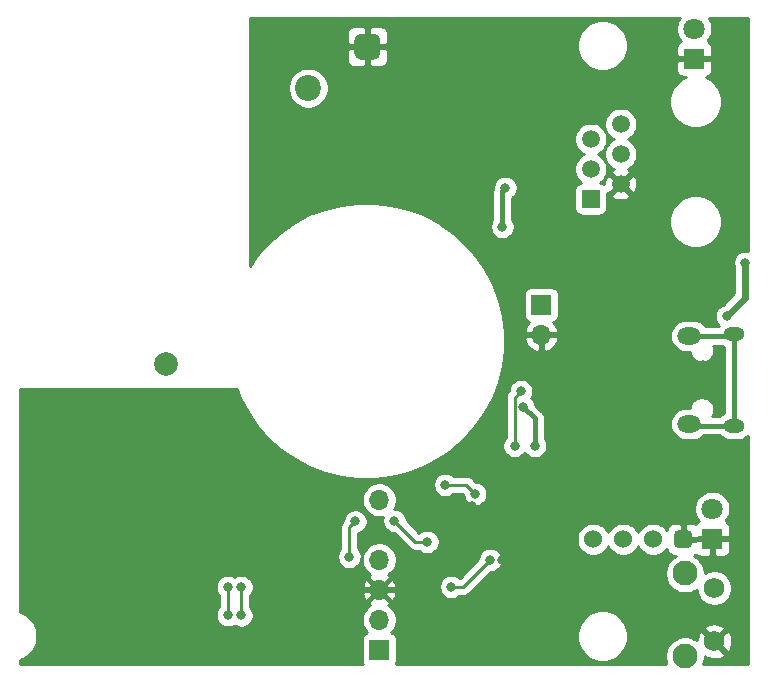
<source format=gbr>
%TF.GenerationSoftware,KiCad,Pcbnew,(5.1.6)-1*%
%TF.CreationDate,2021-04-28T12:39:19+02:00*%
%TF.ProjectId,wireless_button,77697265-6c65-4737-935f-627574746f6e,rev?*%
%TF.SameCoordinates,Original*%
%TF.FileFunction,Copper,L2,Bot*%
%TF.FilePolarity,Positive*%
%FSLAX46Y46*%
G04 Gerber Fmt 4.6, Leading zero omitted, Abs format (unit mm)*
G04 Created by KiCad (PCBNEW (5.1.6)-1) date 2021-04-28 12:39:19*
%MOMM*%
%LPD*%
G01*
G04 APERTURE LIST*
%TA.AperFunction,ComponentPad*%
%ADD10O,1.700000X1.700000*%
%TD*%
%TA.AperFunction,ComponentPad*%
%ADD11R,1.700000X1.700000*%
%TD*%
%TA.AperFunction,ComponentPad*%
%ADD12C,2.200000*%
%TD*%
%TA.AperFunction,ComponentPad*%
%ADD13C,2.000000*%
%TD*%
%TA.AperFunction,ComponentPad*%
%ADD14C,1.800000*%
%TD*%
%TA.AperFunction,ComponentPad*%
%ADD15R,1.800000X1.800000*%
%TD*%
%TA.AperFunction,ComponentPad*%
%ADD16C,1.524000*%
%TD*%
%TA.AperFunction,ComponentPad*%
%ADD17R,1.520000X1.520000*%
%TD*%
%TA.AperFunction,ComponentPad*%
%ADD18C,1.520000*%
%TD*%
%TA.AperFunction,ComponentPad*%
%ADD19O,1.800000X1.150000*%
%TD*%
%TA.AperFunction,ComponentPad*%
%ADD20O,2.000000X1.450000*%
%TD*%
%TA.AperFunction,ComponentPad*%
%ADD21C,2.100000*%
%TD*%
%TA.AperFunction,ComponentPad*%
%ADD22C,1.750000*%
%TD*%
%TA.AperFunction,ViaPad*%
%ADD23C,0.800000*%
%TD*%
%TA.AperFunction,ViaPad*%
%ADD24C,1.600000*%
%TD*%
%TA.AperFunction,Conductor*%
%ADD25C,0.400000*%
%TD*%
%TA.AperFunction,Conductor*%
%ADD26C,0.600000*%
%TD*%
%TA.AperFunction,Conductor*%
%ADD27C,0.250000*%
%TD*%
%TA.AperFunction,Conductor*%
%ADD28C,0.254000*%
%TD*%
G04 APERTURE END LIST*
D10*
%TO.P,J5,2*%
%TO.N,GND*%
X119812000Y-99492000D03*
D11*
%TO.P,J5,1*%
%TO.N,/ButtonPoint*%
X119812000Y-96952000D03*
%TD*%
D12*
%TO.P,J6,2*%
%TO.N,+BATT*%
X100080000Y-78608000D03*
%TO.P,J6,1*%
%TO.N,GND*%
%TA.AperFunction,ComponentPad*%
G36*
G01*
X104530000Y-74008000D02*
X105630000Y-74008000D01*
G75*
G02*
X106180000Y-74558000I0J-550000D01*
G01*
X106180000Y-75658000D01*
G75*
G02*
X105630000Y-76208000I-550000J0D01*
G01*
X104530000Y-76208000D01*
G75*
G02*
X103980000Y-75658000I0J550000D01*
G01*
X103980000Y-74558000D01*
G75*
G02*
X104530000Y-74008000I550000J0D01*
G01*
G37*
%TD.AperFunction*%
%TD*%
D10*
%TO.P,J4,6*%
%TO.N,+3V3*%
X106096000Y-113462000D03*
%TO.P,J4,4*%
%TO.N,/SWCLK*%
X106096000Y-118542000D03*
%TO.P,J4,3*%
%TO.N,GND*%
X106096000Y-121082000D03*
%TO.P,J4,2*%
%TO.N,/SWDIO*%
X106096000Y-123622000D03*
D11*
%TO.P,J4,1*%
%TO.N,/NRST*%
X106096000Y-126162000D03*
%TD*%
D13*
%TO.P,J3,1*%
%TO.N,Net-(J3-Pad1)*%
X88000000Y-102000000D03*
%TD*%
D14*
%TO.P,D2,2*%
%TO.N,Net-(D2-Pad2)*%
X132766000Y-73584000D03*
D15*
%TO.P,D2,1*%
%TO.N,GND*%
X132766000Y-76124000D03*
%TD*%
D16*
%TO.P,U3,4*%
%TO.N,/OLED_SDA*%
X124200000Y-116800000D03*
%TO.P,U3,3*%
%TO.N,/OLED_SCL*%
X126740000Y-116800000D03*
%TO.P,U3,2*%
%TO.N,+3V3*%
X129280000Y-116800000D03*
%TO.P,U3,1*%
%TO.N,GND*%
%TA.AperFunction,ComponentPad*%
G36*
G01*
X132201000Y-117562000D02*
X131439000Y-117562000D01*
G75*
G02*
X131058000Y-117181000I0J381000D01*
G01*
X131058000Y-116419000D01*
G75*
G02*
X131439000Y-116038000I381000J0D01*
G01*
X132201000Y-116038000D01*
G75*
G02*
X132582000Y-116419000I0J-381000D01*
G01*
X132582000Y-117181000D01*
G75*
G02*
X132201000Y-117562000I-381000J0D01*
G01*
G37*
%TD.AperFunction*%
%TD*%
D14*
%TO.P,D1,2*%
%TO.N,/Reverse*%
X134290000Y-114224000D03*
D15*
%TO.P,D1,1*%
%TO.N,GND*%
X134290000Y-116764000D03*
%TD*%
D17*
%TO.P,J2,1*%
%TO.N,Net-(J2-Pad1)*%
X124000000Y-88000000D03*
D18*
%TO.P,J2,2*%
%TO.N,GND*%
X126540000Y-86730000D03*
%TO.P,J2,3*%
%TO.N,/MiddlePoint*%
X124000000Y-85460000D03*
%TO.P,J2,4*%
%TO.N,/ButtonPoint*%
X126540000Y-84190000D03*
%TO.P,J2,5*%
%TO.N,/PowInButt*%
X124000000Y-82920000D03*
%TO.P,J2,6*%
%TO.N,Net-(J2-Pad6)*%
X126540000Y-81650000D03*
%TD*%
D19*
%TO.P,J1,6*%
%TO.N,/usb_shield*%
X136150000Y-99427000D03*
X136150000Y-107177000D03*
D20*
X132350000Y-99577000D03*
X132350000Y-107027000D03*
%TD*%
D21*
%TO.P,SW1,*%
%TO.N,*%
X131975000Y-119705000D03*
D22*
%TO.P,SW1,1*%
%TO.N,/power_switch*%
X134465000Y-120955000D03*
%TO.P,SW1,2*%
%TO.N,GND*%
X134465000Y-125455000D03*
D21*
%TO.P,SW1,*%
%TO.N,*%
X131975000Y-126715000D03*
%TD*%
D23*
%TO.N,+3V3*%
X119267000Y-108890000D03*
X116510000Y-90348000D03*
X116764000Y-87046000D03*
X118270085Y-105568925D03*
D24*
%TO.N,GND*%
X126700000Y-88800000D03*
X124200000Y-90200000D03*
X124200000Y-111200000D03*
X129800000Y-88800000D03*
X129800000Y-111200000D03*
D23*
X119558000Y-125908000D03*
X110922000Y-125908000D03*
X116510000Y-118542000D03*
X112954000Y-117780000D03*
X118542000Y-113970000D03*
X131218923Y-102009658D03*
X133528000Y-102032000D03*
X132258000Y-101270000D03*
X109678500Y-118568500D03*
X125908000Y-107112000D03*
X86030000Y-104826000D03*
X90856000Y-104826000D03*
X86030000Y-109144000D03*
X90856000Y-109144000D03*
X82220000Y-123876000D03*
X115494000Y-106985000D03*
X134036000Y-93396000D03*
X133528000Y-96952000D03*
X115240000Y-84252000D03*
X113970000Y-84252000D03*
X112700000Y-84252000D03*
X113016186Y-83044186D03*
X112031500Y-81736756D03*
X109389000Y-76641000D03*
X105080000Y-80442010D03*
X118805000Y-84751000D03*
X97968000Y-86792000D03*
X97968000Y-82220000D03*
X113970000Y-113970000D03*
X120574000Y-120828000D03*
X120573984Y-110414000D03*
X109652000Y-86792000D03*
X76378000Y-118288000D03*
%TO.N,+5V*%
X137084000Y-93396000D03*
X135519000Y-97927000D03*
%TO.N,/WL_CS*%
X94412000Y-120853968D03*
X94418010Y-123247018D03*
%TO.N,/WL_MOSI*%
X93284987Y-123241000D03*
X93269000Y-120828000D03*
%TO.N,/SWCLK*%
X110160000Y-117018000D03*
X107370660Y-115244660D03*
%TO.N,/SWDIO*%
X114223000Y-112954000D03*
X111684000Y-112192000D03*
X104064000Y-115291966D03*
X103556000Y-118288000D03*
%TO.N,/NRST*%
X115494000Y-118542000D03*
X112192000Y-120828000D03*
%TO.N,/EN_PIN*%
X117545075Y-108909075D03*
X118092273Y-104259727D03*
%TD*%
D25*
%TO.N,+3V3*%
X119267000Y-108890000D02*
X119267000Y-106565840D01*
X119267000Y-106565840D02*
X118270085Y-105568925D01*
X116510000Y-87300000D02*
X116764000Y-87046000D01*
X116510000Y-90348000D02*
X116510000Y-87300000D01*
%TO.N,GND*%
X106096000Y-121082000D02*
X104826000Y-119812000D01*
X106096000Y-121082000D02*
X107366000Y-119812000D01*
X106096000Y-121082000D02*
X104826000Y-122352000D01*
X106096000Y-121082000D02*
X107366000Y-122352000D01*
D26*
%TO.N,+5V*%
X137084000Y-93396000D02*
X137084000Y-96362000D01*
X137084000Y-96362000D02*
X135519000Y-97927000D01*
D25*
%TO.N,/usb_shield*%
X132500000Y-107177000D02*
X132350000Y-107027000D01*
X136150000Y-107177000D02*
X132500000Y-107177000D01*
X136000000Y-99577000D02*
X136150000Y-99427000D01*
X132350000Y-99577000D02*
X136000000Y-99577000D01*
X136150000Y-99427000D02*
X136150000Y-107177000D01*
D27*
%TO.N,/WL_CS*%
X94412000Y-123241008D02*
X94418010Y-123247018D01*
X94412000Y-120853968D02*
X94412000Y-123241008D01*
%TO.N,/WL_MOSI*%
X93284987Y-120843987D02*
X93269000Y-120828000D01*
X93284987Y-123241000D02*
X93284987Y-120843987D01*
%TO.N,/SWCLK*%
X110160000Y-117018000D02*
X109144000Y-117018000D01*
X109144000Y-117018000D02*
X107370660Y-115244660D01*
%TO.N,/SWDIO*%
X114223000Y-112954000D02*
X113461000Y-112192000D01*
X113461000Y-112192000D02*
X111684000Y-112192000D01*
X103556000Y-115799966D02*
X103556000Y-118288000D01*
X104064000Y-115291966D02*
X103556000Y-115799966D01*
%TO.N,/NRST*%
X115494000Y-118542000D02*
X113208000Y-120828000D01*
X113208000Y-120828000D02*
X112192000Y-120828000D01*
%TO.N,/EN_PIN*%
X117545075Y-104806925D02*
X118092273Y-104259727D01*
X117545075Y-108909075D02*
X117545075Y-104806925D01*
%TD*%
D28*
%TO.N,GND*%
G36*
X131405701Y-72856905D02*
G01*
X131289989Y-73136257D01*
X131231000Y-73432816D01*
X131231000Y-73735184D01*
X131289989Y-74031743D01*
X131405701Y-74311095D01*
X131573688Y-74562505D01*
X131640127Y-74628944D01*
X131621820Y-74634498D01*
X131511506Y-74693463D01*
X131414815Y-74772815D01*
X131335463Y-74869506D01*
X131276498Y-74979820D01*
X131240188Y-75099518D01*
X131227928Y-75224000D01*
X131231000Y-75838250D01*
X131389750Y-75997000D01*
X132639000Y-75997000D01*
X132639000Y-75977000D01*
X132893000Y-75977000D01*
X132893000Y-75997000D01*
X134142250Y-75997000D01*
X134301000Y-75838250D01*
X134304072Y-75224000D01*
X134291812Y-75099518D01*
X134255502Y-74979820D01*
X134196537Y-74869506D01*
X134117185Y-74772815D01*
X134020494Y-74693463D01*
X133910180Y-74634498D01*
X133891873Y-74628944D01*
X133958312Y-74562505D01*
X134126299Y-74311095D01*
X134242011Y-74031743D01*
X134301000Y-73735184D01*
X134301000Y-73432816D01*
X134242011Y-73136257D01*
X134126299Y-72856905D01*
X133994731Y-72660000D01*
X137340001Y-72660000D01*
X137340001Y-92391645D01*
X137185939Y-92361000D01*
X136982061Y-92361000D01*
X136782102Y-92400774D01*
X136593744Y-92478795D01*
X136424226Y-92592063D01*
X136280063Y-92736226D01*
X136166795Y-92905744D01*
X136088774Y-93094102D01*
X136049000Y-93294061D01*
X136049000Y-93497939D01*
X136088774Y-93697898D01*
X136149000Y-93843296D01*
X136149001Y-95974709D01*
X135174142Y-96949569D01*
X135028744Y-97009795D01*
X134859226Y-97123063D01*
X134715063Y-97267226D01*
X134601795Y-97436744D01*
X134523774Y-97625102D01*
X134484000Y-97825061D01*
X134484000Y-98028939D01*
X134523774Y-98228898D01*
X134601795Y-98417256D01*
X134715063Y-98586774D01*
X134843688Y-98715399D01*
X134821857Y-98742000D01*
X133699088Y-98742000D01*
X133591318Y-98610682D01*
X133384231Y-98440730D01*
X133147968Y-98314445D01*
X132891607Y-98236678D01*
X132691809Y-98217000D01*
X132008191Y-98217000D01*
X131808393Y-98236678D01*
X131552032Y-98314445D01*
X131315769Y-98440730D01*
X131108682Y-98610682D01*
X130938730Y-98817769D01*
X130812445Y-99054032D01*
X130734678Y-99310393D01*
X130708420Y-99577000D01*
X130734678Y-99843607D01*
X130812445Y-100099968D01*
X130938730Y-100336231D01*
X131108682Y-100543318D01*
X131315769Y-100713270D01*
X131552032Y-100839555D01*
X131808393Y-100917322D01*
X132008191Y-100937000D01*
X132371576Y-100937000D01*
X132404774Y-101103898D01*
X132482795Y-101292256D01*
X132596063Y-101461774D01*
X132740226Y-101605937D01*
X132909744Y-101719205D01*
X133098102Y-101797226D01*
X133298061Y-101837000D01*
X133501939Y-101837000D01*
X133701898Y-101797226D01*
X133890256Y-101719205D01*
X134059774Y-101605937D01*
X134203937Y-101461774D01*
X134317205Y-101292256D01*
X134395226Y-101103898D01*
X134435000Y-100903939D01*
X134435000Y-100700061D01*
X134395226Y-100500102D01*
X134358733Y-100412000D01*
X135117893Y-100412000D01*
X135149508Y-100437946D01*
X135315000Y-100526403D01*
X135315001Y-106077596D01*
X135149508Y-106166054D01*
X134965261Y-106317261D01*
X134944958Y-106342000D01*
X134283967Y-106342000D01*
X134317205Y-106292256D01*
X134395226Y-106103898D01*
X134435000Y-105903939D01*
X134435000Y-105700061D01*
X134395226Y-105500102D01*
X134317205Y-105311744D01*
X134203937Y-105142226D01*
X134059774Y-104998063D01*
X133890256Y-104884795D01*
X133701898Y-104806774D01*
X133501939Y-104767000D01*
X133298061Y-104767000D01*
X133098102Y-104806774D01*
X132909744Y-104884795D01*
X132740226Y-104998063D01*
X132596063Y-105142226D01*
X132482795Y-105311744D01*
X132404774Y-105500102D01*
X132371576Y-105667000D01*
X132008191Y-105667000D01*
X131808393Y-105686678D01*
X131552032Y-105764445D01*
X131315769Y-105890730D01*
X131108682Y-106060682D01*
X130938730Y-106267769D01*
X130812445Y-106504032D01*
X130734678Y-106760393D01*
X130708420Y-107027000D01*
X130734678Y-107293607D01*
X130812445Y-107549968D01*
X130938730Y-107786231D01*
X131108682Y-107993318D01*
X131315769Y-108163270D01*
X131552032Y-108289555D01*
X131808393Y-108367322D01*
X132008191Y-108387000D01*
X132691809Y-108387000D01*
X132891607Y-108367322D01*
X133147968Y-108289555D01*
X133384231Y-108163270D01*
X133568554Y-108012000D01*
X134944958Y-108012000D01*
X134965261Y-108036739D01*
X135149508Y-108187946D01*
X135359713Y-108300303D01*
X135587799Y-108369492D01*
X135765563Y-108387000D01*
X136534437Y-108387000D01*
X136712201Y-108369492D01*
X136940287Y-108300303D01*
X137150492Y-108187946D01*
X137334739Y-108036739D01*
X137340000Y-108030328D01*
X137340000Y-127340000D01*
X133539947Y-127340000D01*
X133595246Y-127206496D01*
X133660000Y-126880958D01*
X133660000Y-126693517D01*
X133679025Y-126752868D01*
X133947329Y-126881267D01*
X134235526Y-126954855D01*
X134532543Y-126970804D01*
X134826963Y-126928501D01*
X135107474Y-126829572D01*
X135250975Y-126752868D01*
X135331635Y-126501240D01*
X134465000Y-125634605D01*
X134450858Y-125648748D01*
X134271253Y-125469143D01*
X134285395Y-125455000D01*
X134644605Y-125455000D01*
X135511240Y-126321635D01*
X135762868Y-126240975D01*
X135891267Y-125972671D01*
X135964855Y-125684474D01*
X135980804Y-125387457D01*
X135938501Y-125093037D01*
X135839572Y-124812526D01*
X135762868Y-124669025D01*
X135511240Y-124588365D01*
X134644605Y-125455000D01*
X134285395Y-125455000D01*
X133418760Y-124588365D01*
X133167132Y-124669025D01*
X133038733Y-124937329D01*
X132965145Y-125225526D01*
X132958689Y-125345748D01*
X132773147Y-125221772D01*
X132466496Y-125094754D01*
X132140958Y-125030000D01*
X131809042Y-125030000D01*
X131483504Y-125094754D01*
X131176853Y-125221772D01*
X130900875Y-125406175D01*
X130666175Y-125640875D01*
X130481772Y-125916853D01*
X130354754Y-126223504D01*
X130290000Y-126549042D01*
X130290000Y-126880958D01*
X130354754Y-127206496D01*
X130410053Y-127340000D01*
X107490699Y-127340000D01*
X107535502Y-127256180D01*
X107571812Y-127136482D01*
X107584072Y-127012000D01*
X107584072Y-125312000D01*
X107571812Y-125187518D01*
X107535502Y-125067820D01*
X107476537Y-124957506D01*
X107397185Y-124860815D01*
X107306416Y-124786323D01*
X122830497Y-124786323D01*
X122830497Y-125213677D01*
X122913870Y-125632821D01*
X123077412Y-126027645D01*
X123314837Y-126382977D01*
X123617023Y-126685163D01*
X123972355Y-126922588D01*
X124367179Y-127086130D01*
X124786323Y-127169503D01*
X125213677Y-127169503D01*
X125632821Y-127086130D01*
X126027645Y-126922588D01*
X126382977Y-126685163D01*
X126685163Y-126382977D01*
X126922588Y-126027645D01*
X127086130Y-125632821D01*
X127169503Y-125213677D01*
X127169503Y-124786323D01*
X127094401Y-124408760D01*
X133598365Y-124408760D01*
X134465000Y-125275395D01*
X135331635Y-124408760D01*
X135250975Y-124157132D01*
X134982671Y-124028733D01*
X134694474Y-123955145D01*
X134397457Y-123939196D01*
X134103037Y-123981499D01*
X133822526Y-124080428D01*
X133679025Y-124157132D01*
X133598365Y-124408760D01*
X127094401Y-124408760D01*
X127086130Y-124367179D01*
X126922588Y-123972355D01*
X126685163Y-123617023D01*
X126382977Y-123314837D01*
X126027645Y-123077412D01*
X125632821Y-122913870D01*
X125213677Y-122830497D01*
X124786323Y-122830497D01*
X124367179Y-122913870D01*
X123972355Y-123077412D01*
X123617023Y-123314837D01*
X123314837Y-123617023D01*
X123077412Y-123972355D01*
X122913870Y-124367179D01*
X122830497Y-124786323D01*
X107306416Y-124786323D01*
X107300494Y-124781463D01*
X107190180Y-124722498D01*
X107117620Y-124700487D01*
X107249475Y-124568632D01*
X107411990Y-124325411D01*
X107523932Y-124055158D01*
X107581000Y-123768260D01*
X107581000Y-123475740D01*
X107523932Y-123188842D01*
X107411990Y-122918589D01*
X107249475Y-122675368D01*
X107042632Y-122468525D01*
X106860466Y-122346805D01*
X106977355Y-122277178D01*
X107193588Y-122082269D01*
X107367641Y-121848920D01*
X107492825Y-121586099D01*
X107537476Y-121438890D01*
X107416155Y-121209000D01*
X106223000Y-121209000D01*
X106223000Y-121229000D01*
X105969000Y-121229000D01*
X105969000Y-121209000D01*
X104775845Y-121209000D01*
X104654524Y-121438890D01*
X104699175Y-121586099D01*
X104824359Y-121848920D01*
X104998412Y-122082269D01*
X105214645Y-122277178D01*
X105331534Y-122346805D01*
X105149368Y-122468525D01*
X104942525Y-122675368D01*
X104780010Y-122918589D01*
X104668068Y-123188842D01*
X104611000Y-123475740D01*
X104611000Y-123768260D01*
X104668068Y-124055158D01*
X104780010Y-124325411D01*
X104942525Y-124568632D01*
X105074380Y-124700487D01*
X105001820Y-124722498D01*
X104891506Y-124781463D01*
X104794815Y-124860815D01*
X104715463Y-124957506D01*
X104656498Y-125067820D01*
X104620188Y-125187518D01*
X104607928Y-125312000D01*
X104607928Y-127012000D01*
X104620188Y-127136482D01*
X104656498Y-127256180D01*
X104701301Y-127340000D01*
X75660000Y-127340000D01*
X75660000Y-127049198D01*
X75790476Y-127007809D01*
X75845412Y-126984263D01*
X75900764Y-126961449D01*
X75908870Y-126957065D01*
X76165408Y-126816032D01*
X76214753Y-126782245D01*
X76264591Y-126749133D01*
X76271691Y-126743259D01*
X76495949Y-126555084D01*
X76537793Y-126512354D01*
X76580248Y-126470195D01*
X76586072Y-126463053D01*
X76769509Y-126234903D01*
X76802251Y-126184869D01*
X76835714Y-126135258D01*
X76840040Y-126127122D01*
X76975670Y-125867687D01*
X76998082Y-125812215D01*
X77021260Y-125757077D01*
X77023923Y-125748255D01*
X77106578Y-125467417D01*
X77117785Y-125408669D01*
X77129816Y-125350059D01*
X77130715Y-125340888D01*
X77157247Y-125049344D01*
X77156829Y-124989528D01*
X77157247Y-124929712D01*
X77156348Y-124920541D01*
X77125748Y-124629395D01*
X77113710Y-124570753D01*
X77102510Y-124512037D01*
X77099847Y-124503216D01*
X77013279Y-124223560D01*
X76990101Y-124168422D01*
X76967689Y-124112950D01*
X76963362Y-124104814D01*
X76824123Y-123847298D01*
X76790701Y-123797749D01*
X76757920Y-123747653D01*
X76752095Y-123740512D01*
X76565490Y-123514945D01*
X76523054Y-123472804D01*
X76481191Y-123430055D01*
X76474091Y-123424181D01*
X76247227Y-123239155D01*
X76197408Y-123206055D01*
X76148045Y-123172256D01*
X76139939Y-123167873D01*
X75881458Y-123030436D01*
X75826164Y-123007645D01*
X75771171Y-122984075D01*
X75762368Y-122981350D01*
X75660000Y-122950443D01*
X75660000Y-120726061D01*
X92234000Y-120726061D01*
X92234000Y-120929939D01*
X92273774Y-121129898D01*
X92351795Y-121318256D01*
X92465063Y-121487774D01*
X92524988Y-121547699D01*
X92524987Y-122537289D01*
X92481050Y-122581226D01*
X92367782Y-122750744D01*
X92289761Y-122939102D01*
X92249987Y-123139061D01*
X92249987Y-123342939D01*
X92289761Y-123542898D01*
X92367782Y-123731256D01*
X92481050Y-123900774D01*
X92625213Y-124044937D01*
X92794731Y-124158205D01*
X92983089Y-124236226D01*
X93183048Y-124276000D01*
X93386926Y-124276000D01*
X93586885Y-124236226D01*
X93775243Y-124158205D01*
X93846995Y-124110262D01*
X93927754Y-124164223D01*
X94116112Y-124242244D01*
X94316071Y-124282018D01*
X94519949Y-124282018D01*
X94719908Y-124242244D01*
X94908266Y-124164223D01*
X95077784Y-124050955D01*
X95221947Y-123906792D01*
X95335215Y-123737274D01*
X95413236Y-123548916D01*
X95453010Y-123348957D01*
X95453010Y-123145079D01*
X95413236Y-122945120D01*
X95335215Y-122756762D01*
X95221947Y-122587244D01*
X95172000Y-122537297D01*
X95172000Y-121557679D01*
X95215937Y-121513742D01*
X95329205Y-121344224D01*
X95407226Y-121155866D01*
X95447000Y-120955907D01*
X95447000Y-120752029D01*
X95407226Y-120552070D01*
X95329205Y-120363712D01*
X95215937Y-120194194D01*
X95071774Y-120050031D01*
X94902256Y-119936763D01*
X94713898Y-119858742D01*
X94513939Y-119818968D01*
X94310061Y-119818968D01*
X94110102Y-119858742D01*
X93921744Y-119936763D01*
X93859932Y-119978064D01*
X93759256Y-119910795D01*
X93570898Y-119832774D01*
X93370939Y-119793000D01*
X93167061Y-119793000D01*
X92967102Y-119832774D01*
X92778744Y-119910795D01*
X92609226Y-120024063D01*
X92465063Y-120168226D01*
X92351795Y-120337744D01*
X92273774Y-120526102D01*
X92234000Y-120726061D01*
X75660000Y-120726061D01*
X75660000Y-118186061D01*
X102521000Y-118186061D01*
X102521000Y-118389939D01*
X102560774Y-118589898D01*
X102638795Y-118778256D01*
X102752063Y-118947774D01*
X102896226Y-119091937D01*
X103065744Y-119205205D01*
X103254102Y-119283226D01*
X103454061Y-119323000D01*
X103657939Y-119323000D01*
X103857898Y-119283226D01*
X104046256Y-119205205D01*
X104215774Y-119091937D01*
X104359937Y-118947774D01*
X104473205Y-118778256D01*
X104551226Y-118589898D01*
X104589846Y-118395740D01*
X104611000Y-118395740D01*
X104611000Y-118688260D01*
X104668068Y-118975158D01*
X104780010Y-119245411D01*
X104942525Y-119488632D01*
X105149368Y-119695475D01*
X105331534Y-119817195D01*
X105214645Y-119886822D01*
X104998412Y-120081731D01*
X104824359Y-120315080D01*
X104699175Y-120577901D01*
X104654524Y-120725110D01*
X104775845Y-120955000D01*
X105969000Y-120955000D01*
X105969000Y-120935000D01*
X106223000Y-120935000D01*
X106223000Y-120955000D01*
X107416155Y-120955000D01*
X107536974Y-120726061D01*
X111157000Y-120726061D01*
X111157000Y-120929939D01*
X111196774Y-121129898D01*
X111274795Y-121318256D01*
X111388063Y-121487774D01*
X111532226Y-121631937D01*
X111701744Y-121745205D01*
X111890102Y-121823226D01*
X112090061Y-121863000D01*
X112293939Y-121863000D01*
X112493898Y-121823226D01*
X112682256Y-121745205D01*
X112851774Y-121631937D01*
X112895711Y-121588000D01*
X113170678Y-121588000D01*
X113208000Y-121591676D01*
X113245322Y-121588000D01*
X113245333Y-121588000D01*
X113356986Y-121577003D01*
X113500247Y-121533546D01*
X113632276Y-121462974D01*
X113748001Y-121368001D01*
X113771804Y-121338997D01*
X115533802Y-119577000D01*
X115595939Y-119577000D01*
X115795898Y-119537226D01*
X115984256Y-119459205D01*
X116153774Y-119345937D01*
X116297937Y-119201774D01*
X116411205Y-119032256D01*
X116489226Y-118843898D01*
X116529000Y-118643939D01*
X116529000Y-118440061D01*
X116489226Y-118240102D01*
X116411205Y-118051744D01*
X116297937Y-117882226D01*
X116153774Y-117738063D01*
X115984256Y-117624795D01*
X115795898Y-117546774D01*
X115595939Y-117507000D01*
X115392061Y-117507000D01*
X115192102Y-117546774D01*
X115003744Y-117624795D01*
X114834226Y-117738063D01*
X114690063Y-117882226D01*
X114576795Y-118051744D01*
X114498774Y-118240102D01*
X114459000Y-118440061D01*
X114459000Y-118502198D01*
X112894455Y-120066744D01*
X112851774Y-120024063D01*
X112682256Y-119910795D01*
X112493898Y-119832774D01*
X112293939Y-119793000D01*
X112090061Y-119793000D01*
X111890102Y-119832774D01*
X111701744Y-119910795D01*
X111532226Y-120024063D01*
X111388063Y-120168226D01*
X111274795Y-120337744D01*
X111196774Y-120526102D01*
X111157000Y-120726061D01*
X107536974Y-120726061D01*
X107537476Y-120725110D01*
X107492825Y-120577901D01*
X107367641Y-120315080D01*
X107193588Y-120081731D01*
X106977355Y-119886822D01*
X106860466Y-119817195D01*
X107042632Y-119695475D01*
X107249475Y-119488632D01*
X107411990Y-119245411D01*
X107523932Y-118975158D01*
X107581000Y-118688260D01*
X107581000Y-118395740D01*
X107523932Y-118108842D01*
X107411990Y-117838589D01*
X107249475Y-117595368D01*
X107042632Y-117388525D01*
X106799411Y-117226010D01*
X106529158Y-117114068D01*
X106242260Y-117057000D01*
X105949740Y-117057000D01*
X105662842Y-117114068D01*
X105392589Y-117226010D01*
X105149368Y-117388525D01*
X104942525Y-117595368D01*
X104780010Y-117838589D01*
X104668068Y-118108842D01*
X104611000Y-118395740D01*
X104589846Y-118395740D01*
X104591000Y-118389939D01*
X104591000Y-118186061D01*
X104551226Y-117986102D01*
X104473205Y-117797744D01*
X104359937Y-117628226D01*
X104316000Y-117584289D01*
X104316000Y-116297117D01*
X104365898Y-116287192D01*
X104554256Y-116209171D01*
X104723774Y-116095903D01*
X104867937Y-115951740D01*
X104981205Y-115782222D01*
X105059226Y-115593864D01*
X105099000Y-115393905D01*
X105099000Y-115190027D01*
X105059226Y-114990068D01*
X104981205Y-114801710D01*
X104867937Y-114632192D01*
X104723774Y-114488029D01*
X104554256Y-114374761D01*
X104365898Y-114296740D01*
X104165939Y-114256966D01*
X103962061Y-114256966D01*
X103762102Y-114296740D01*
X103573744Y-114374761D01*
X103404226Y-114488029D01*
X103260063Y-114632192D01*
X103146795Y-114801710D01*
X103068774Y-114990068D01*
X103029000Y-115190027D01*
X103029000Y-115249295D01*
X103015999Y-115259965D01*
X102989736Y-115291967D01*
X102921026Y-115375690D01*
X102850591Y-115507463D01*
X102850454Y-115507720D01*
X102806997Y-115650981D01*
X102796000Y-115762634D01*
X102796000Y-115762644D01*
X102792324Y-115799966D01*
X102796000Y-115837289D01*
X102796001Y-117584288D01*
X102752063Y-117628226D01*
X102638795Y-117797744D01*
X102560774Y-117986102D01*
X102521000Y-118186061D01*
X75660000Y-118186061D01*
X75660000Y-113315740D01*
X104611000Y-113315740D01*
X104611000Y-113608260D01*
X104668068Y-113895158D01*
X104780010Y-114165411D01*
X104942525Y-114408632D01*
X105149368Y-114615475D01*
X105392589Y-114777990D01*
X105662842Y-114889932D01*
X105949740Y-114947000D01*
X106242260Y-114947000D01*
X106385479Y-114918512D01*
X106375434Y-114942762D01*
X106335660Y-115142721D01*
X106335660Y-115346599D01*
X106375434Y-115546558D01*
X106453455Y-115734916D01*
X106566723Y-115904434D01*
X106710886Y-116048597D01*
X106880404Y-116161865D01*
X107068762Y-116239886D01*
X107268721Y-116279660D01*
X107330858Y-116279660D01*
X108580205Y-117529008D01*
X108603999Y-117558001D01*
X108632992Y-117581795D01*
X108632996Y-117581799D01*
X108685388Y-117624795D01*
X108719724Y-117652974D01*
X108851753Y-117723546D01*
X108995014Y-117767003D01*
X109106667Y-117778000D01*
X109106676Y-117778000D01*
X109143999Y-117781676D01*
X109181322Y-117778000D01*
X109456289Y-117778000D01*
X109500226Y-117821937D01*
X109669744Y-117935205D01*
X109858102Y-118013226D01*
X110058061Y-118053000D01*
X110261939Y-118053000D01*
X110461898Y-118013226D01*
X110650256Y-117935205D01*
X110819774Y-117821937D01*
X110963937Y-117677774D01*
X111077205Y-117508256D01*
X111155226Y-117319898D01*
X111195000Y-117119939D01*
X111195000Y-116916061D01*
X111155226Y-116716102D01*
X111132986Y-116662408D01*
X122803000Y-116662408D01*
X122803000Y-116937592D01*
X122856686Y-117207490D01*
X122961995Y-117461727D01*
X123114880Y-117690535D01*
X123309465Y-117885120D01*
X123538273Y-118038005D01*
X123792510Y-118143314D01*
X124062408Y-118197000D01*
X124337592Y-118197000D01*
X124607490Y-118143314D01*
X124861727Y-118038005D01*
X125090535Y-117885120D01*
X125285120Y-117690535D01*
X125438005Y-117461727D01*
X125470000Y-117384485D01*
X125501995Y-117461727D01*
X125654880Y-117690535D01*
X125849465Y-117885120D01*
X126078273Y-118038005D01*
X126332510Y-118143314D01*
X126602408Y-118197000D01*
X126877592Y-118197000D01*
X127147490Y-118143314D01*
X127401727Y-118038005D01*
X127630535Y-117885120D01*
X127825120Y-117690535D01*
X127978005Y-117461727D01*
X128010000Y-117384485D01*
X128041995Y-117461727D01*
X128194880Y-117690535D01*
X128389465Y-117885120D01*
X128618273Y-118038005D01*
X128872510Y-118143314D01*
X129142408Y-118197000D01*
X129417592Y-118197000D01*
X129687490Y-118143314D01*
X129941727Y-118038005D01*
X130170535Y-117885120D01*
X130365120Y-117690535D01*
X130423920Y-117602535D01*
X130432188Y-117686482D01*
X130468498Y-117806180D01*
X130527463Y-117916494D01*
X130606815Y-118013185D01*
X130703506Y-118092537D01*
X130813820Y-118151502D01*
X130933518Y-118187812D01*
X131058000Y-118200072D01*
X131207427Y-118199108D01*
X131176853Y-118211772D01*
X130900875Y-118396175D01*
X130666175Y-118630875D01*
X130481772Y-118906853D01*
X130354754Y-119213504D01*
X130290000Y-119539042D01*
X130290000Y-119870958D01*
X130354754Y-120196496D01*
X130481772Y-120503147D01*
X130666175Y-120779125D01*
X130900875Y-121013825D01*
X131176853Y-121198228D01*
X131483504Y-121325246D01*
X131809042Y-121390000D01*
X132140958Y-121390000D01*
X132466496Y-121325246D01*
X132773147Y-121198228D01*
X132955000Y-121076717D01*
X132955000Y-121103722D01*
X133013029Y-121395451D01*
X133126856Y-121670253D01*
X133292107Y-121917569D01*
X133502431Y-122127893D01*
X133749747Y-122293144D01*
X134024549Y-122406971D01*
X134316278Y-122465000D01*
X134613722Y-122465000D01*
X134905451Y-122406971D01*
X135180253Y-122293144D01*
X135427569Y-122127893D01*
X135637893Y-121917569D01*
X135803144Y-121670253D01*
X135916971Y-121395451D01*
X135975000Y-121103722D01*
X135975000Y-120806278D01*
X135916971Y-120514549D01*
X135803144Y-120239747D01*
X135637893Y-119992431D01*
X135427569Y-119782107D01*
X135180253Y-119616856D01*
X134905451Y-119503029D01*
X134613722Y-119445000D01*
X134316278Y-119445000D01*
X134024549Y-119503029D01*
X133749747Y-119616856D01*
X133660000Y-119676823D01*
X133660000Y-119539042D01*
X133595246Y-119213504D01*
X133468228Y-118906853D01*
X133283825Y-118630875D01*
X133049125Y-118396175D01*
X132773147Y-118211772D01*
X132711573Y-118186268D01*
X132826180Y-118151502D01*
X132925188Y-118098580D01*
X132938815Y-118115185D01*
X133035506Y-118194537D01*
X133145820Y-118253502D01*
X133265518Y-118289812D01*
X133390000Y-118302072D01*
X134004250Y-118299000D01*
X134163000Y-118140250D01*
X134163000Y-116891000D01*
X134417000Y-116891000D01*
X134417000Y-118140250D01*
X134575750Y-118299000D01*
X135190000Y-118302072D01*
X135314482Y-118289812D01*
X135434180Y-118253502D01*
X135544494Y-118194537D01*
X135641185Y-118115185D01*
X135720537Y-118018494D01*
X135779502Y-117908180D01*
X135815812Y-117788482D01*
X135828072Y-117664000D01*
X135825000Y-117049750D01*
X135666250Y-116891000D01*
X134417000Y-116891000D01*
X134163000Y-116891000D01*
X132913750Y-116891000D01*
X132877750Y-116927000D01*
X131947000Y-116927000D01*
X131947000Y-116947000D01*
X131693000Y-116947000D01*
X131693000Y-116927000D01*
X131673000Y-116927000D01*
X131673000Y-116673000D01*
X131693000Y-116673000D01*
X131693000Y-115561750D01*
X131947000Y-115561750D01*
X131947000Y-116673000D01*
X133058250Y-116673000D01*
X133094250Y-116637000D01*
X134163000Y-116637000D01*
X134163000Y-116617000D01*
X134417000Y-116617000D01*
X134417000Y-116637000D01*
X135666250Y-116637000D01*
X135825000Y-116478250D01*
X135828072Y-115864000D01*
X135815812Y-115739518D01*
X135779502Y-115619820D01*
X135720537Y-115509506D01*
X135641185Y-115412815D01*
X135544494Y-115333463D01*
X135434180Y-115274498D01*
X135415873Y-115268944D01*
X135482312Y-115202505D01*
X135650299Y-114951095D01*
X135766011Y-114671743D01*
X135825000Y-114375184D01*
X135825000Y-114072816D01*
X135766011Y-113776257D01*
X135650299Y-113496905D01*
X135482312Y-113245495D01*
X135268505Y-113031688D01*
X135017095Y-112863701D01*
X134737743Y-112747989D01*
X134441184Y-112689000D01*
X134138816Y-112689000D01*
X133842257Y-112747989D01*
X133562905Y-112863701D01*
X133311495Y-113031688D01*
X133097688Y-113245495D01*
X132929701Y-113496905D01*
X132813989Y-113776257D01*
X132755000Y-114072816D01*
X132755000Y-114375184D01*
X132813989Y-114671743D01*
X132929701Y-114951095D01*
X133097688Y-115202505D01*
X133164127Y-115268944D01*
X133145820Y-115274498D01*
X133035506Y-115333463D01*
X132938815Y-115412815D01*
X132884116Y-115479466D01*
X132826180Y-115448498D01*
X132706482Y-115412188D01*
X132582000Y-115399928D01*
X132105750Y-115403000D01*
X131947000Y-115561750D01*
X131693000Y-115561750D01*
X131534250Y-115403000D01*
X131058000Y-115399928D01*
X130933518Y-115412188D01*
X130813820Y-115448498D01*
X130703506Y-115507463D01*
X130606815Y-115586815D01*
X130527463Y-115683506D01*
X130468498Y-115793820D01*
X130432188Y-115913518D01*
X130423920Y-115997465D01*
X130365120Y-115909465D01*
X130170535Y-115714880D01*
X129941727Y-115561995D01*
X129687490Y-115456686D01*
X129417592Y-115403000D01*
X129142408Y-115403000D01*
X128872510Y-115456686D01*
X128618273Y-115561995D01*
X128389465Y-115714880D01*
X128194880Y-115909465D01*
X128041995Y-116138273D01*
X128010000Y-116215515D01*
X127978005Y-116138273D01*
X127825120Y-115909465D01*
X127630535Y-115714880D01*
X127401727Y-115561995D01*
X127147490Y-115456686D01*
X126877592Y-115403000D01*
X126602408Y-115403000D01*
X126332510Y-115456686D01*
X126078273Y-115561995D01*
X125849465Y-115714880D01*
X125654880Y-115909465D01*
X125501995Y-116138273D01*
X125470000Y-116215515D01*
X125438005Y-116138273D01*
X125285120Y-115909465D01*
X125090535Y-115714880D01*
X124861727Y-115561995D01*
X124607490Y-115456686D01*
X124337592Y-115403000D01*
X124062408Y-115403000D01*
X123792510Y-115456686D01*
X123538273Y-115561995D01*
X123309465Y-115714880D01*
X123114880Y-115909465D01*
X122961995Y-116138273D01*
X122856686Y-116392510D01*
X122803000Y-116662408D01*
X111132986Y-116662408D01*
X111077205Y-116527744D01*
X110963937Y-116358226D01*
X110819774Y-116214063D01*
X110650256Y-116100795D01*
X110461898Y-116022774D01*
X110261939Y-115983000D01*
X110058061Y-115983000D01*
X109858102Y-116022774D01*
X109669744Y-116100795D01*
X109500226Y-116214063D01*
X109457546Y-116256743D01*
X108405660Y-115204858D01*
X108405660Y-115142721D01*
X108365886Y-114942762D01*
X108287865Y-114754404D01*
X108174597Y-114584886D01*
X108030434Y-114440723D01*
X107860916Y-114327455D01*
X107672558Y-114249434D01*
X107472599Y-114209660D01*
X107382424Y-114209660D01*
X107411990Y-114165411D01*
X107523932Y-113895158D01*
X107581000Y-113608260D01*
X107581000Y-113315740D01*
X107523932Y-113028842D01*
X107411990Y-112758589D01*
X107249475Y-112515368D01*
X107042632Y-112308525D01*
X106799411Y-112146010D01*
X106664338Y-112090061D01*
X110649000Y-112090061D01*
X110649000Y-112293939D01*
X110688774Y-112493898D01*
X110766795Y-112682256D01*
X110880063Y-112851774D01*
X111024226Y-112995937D01*
X111193744Y-113109205D01*
X111382102Y-113187226D01*
X111582061Y-113227000D01*
X111785939Y-113227000D01*
X111985898Y-113187226D01*
X112174256Y-113109205D01*
X112343774Y-112995937D01*
X112387711Y-112952000D01*
X113146199Y-112952000D01*
X113188000Y-112993801D01*
X113188000Y-113055939D01*
X113227774Y-113255898D01*
X113305795Y-113444256D01*
X113419063Y-113613774D01*
X113563226Y-113757937D01*
X113732744Y-113871205D01*
X113921102Y-113949226D01*
X114121061Y-113989000D01*
X114324939Y-113989000D01*
X114524898Y-113949226D01*
X114713256Y-113871205D01*
X114882774Y-113757937D01*
X115026937Y-113613774D01*
X115140205Y-113444256D01*
X115218226Y-113255898D01*
X115258000Y-113055939D01*
X115258000Y-112852061D01*
X115218226Y-112652102D01*
X115140205Y-112463744D01*
X115026937Y-112294226D01*
X114882774Y-112150063D01*
X114713256Y-112036795D01*
X114524898Y-111958774D01*
X114324939Y-111919000D01*
X114262801Y-111919000D01*
X114024803Y-111681002D01*
X114001001Y-111651999D01*
X113885276Y-111557026D01*
X113753247Y-111486454D01*
X113609986Y-111442997D01*
X113498333Y-111432000D01*
X113498322Y-111432000D01*
X113461000Y-111428324D01*
X113423678Y-111432000D01*
X112387711Y-111432000D01*
X112343774Y-111388063D01*
X112174256Y-111274795D01*
X111985898Y-111196774D01*
X111785939Y-111157000D01*
X111582061Y-111157000D01*
X111382102Y-111196774D01*
X111193744Y-111274795D01*
X111024226Y-111388063D01*
X110880063Y-111532226D01*
X110766795Y-111701744D01*
X110688774Y-111890102D01*
X110649000Y-112090061D01*
X106664338Y-112090061D01*
X106529158Y-112034068D01*
X106242260Y-111977000D01*
X105949740Y-111977000D01*
X105662842Y-112034068D01*
X105392589Y-112146010D01*
X105149368Y-112308525D01*
X104942525Y-112515368D01*
X104780010Y-112758589D01*
X104668068Y-113028842D01*
X104611000Y-113315740D01*
X75660000Y-113315740D01*
X75660000Y-104127000D01*
X94047768Y-104127000D01*
X94307645Y-104812238D01*
X94965656Y-106065973D01*
X95769990Y-107231251D01*
X96708918Y-108291082D01*
X97768749Y-109230010D01*
X98934027Y-110034344D01*
X100187762Y-110692355D01*
X101511669Y-111194447D01*
X102886445Y-111533298D01*
X104292040Y-111703969D01*
X105707960Y-111703969D01*
X107113555Y-111533298D01*
X108488331Y-111194447D01*
X109812238Y-110692355D01*
X111065973Y-110034344D01*
X112231251Y-109230010D01*
X112708577Y-108807136D01*
X116510075Y-108807136D01*
X116510075Y-109011014D01*
X116549849Y-109210973D01*
X116627870Y-109399331D01*
X116741138Y-109568849D01*
X116885301Y-109713012D01*
X117054819Y-109826280D01*
X117243177Y-109904301D01*
X117443136Y-109944075D01*
X117647014Y-109944075D01*
X117846973Y-109904301D01*
X118035331Y-109826280D01*
X118204849Y-109713012D01*
X118349012Y-109568849D01*
X118412410Y-109473967D01*
X118463063Y-109549774D01*
X118607226Y-109693937D01*
X118776744Y-109807205D01*
X118965102Y-109885226D01*
X119165061Y-109925000D01*
X119368939Y-109925000D01*
X119568898Y-109885226D01*
X119757256Y-109807205D01*
X119926774Y-109693937D01*
X120070937Y-109549774D01*
X120184205Y-109380256D01*
X120262226Y-109191898D01*
X120302000Y-108991939D01*
X120302000Y-108788061D01*
X120262226Y-108588102D01*
X120184205Y-108399744D01*
X120102000Y-108276715D01*
X120102000Y-106606858D01*
X120106040Y-106565840D01*
X120089918Y-106402152D01*
X120042172Y-106244753D01*
X119964636Y-106099694D01*
X119886439Y-106004410D01*
X119886437Y-106004408D01*
X119860291Y-105972549D01*
X119828432Y-105946403D01*
X119294177Y-105412150D01*
X119265311Y-105267027D01*
X119187290Y-105078669D01*
X119074022Y-104909151D01*
X118971577Y-104806706D01*
X119009478Y-104749983D01*
X119087499Y-104561625D01*
X119127273Y-104361666D01*
X119127273Y-104157788D01*
X119087499Y-103957829D01*
X119009478Y-103769471D01*
X118896210Y-103599953D01*
X118752047Y-103455790D01*
X118582529Y-103342522D01*
X118394171Y-103264501D01*
X118194212Y-103224727D01*
X117990334Y-103224727D01*
X117790375Y-103264501D01*
X117602017Y-103342522D01*
X117432499Y-103455790D01*
X117288336Y-103599953D01*
X117175068Y-103769471D01*
X117097047Y-103957829D01*
X117057273Y-104157788D01*
X117057273Y-104219926D01*
X117034073Y-104243126D01*
X117005075Y-104266924D01*
X116981277Y-104295922D01*
X116981276Y-104295923D01*
X116910101Y-104382649D01*
X116839529Y-104514679D01*
X116825289Y-104561625D01*
X116796073Y-104657939D01*
X116785331Y-104767000D01*
X116781399Y-104806925D01*
X116785076Y-104844257D01*
X116785075Y-108205364D01*
X116741138Y-108249301D01*
X116627870Y-108418819D01*
X116549849Y-108607177D01*
X116510075Y-108807136D01*
X112708577Y-108807136D01*
X113291082Y-108291082D01*
X114230010Y-107231251D01*
X115034344Y-106065973D01*
X115692355Y-104812238D01*
X116194447Y-103488331D01*
X116533298Y-102113555D01*
X116703969Y-100707960D01*
X116703969Y-99848890D01*
X118370524Y-99848890D01*
X118415175Y-99996099D01*
X118540359Y-100258920D01*
X118714412Y-100492269D01*
X118930645Y-100687178D01*
X119180748Y-100836157D01*
X119455109Y-100933481D01*
X119685000Y-100812814D01*
X119685000Y-99619000D01*
X119939000Y-99619000D01*
X119939000Y-100812814D01*
X120168891Y-100933481D01*
X120443252Y-100836157D01*
X120693355Y-100687178D01*
X120909588Y-100492269D01*
X121083641Y-100258920D01*
X121208825Y-99996099D01*
X121253476Y-99848890D01*
X121132155Y-99619000D01*
X119939000Y-99619000D01*
X119685000Y-99619000D01*
X118491845Y-99619000D01*
X118370524Y-99848890D01*
X116703969Y-99848890D01*
X116703969Y-99292040D01*
X116533298Y-97886445D01*
X116194447Y-96511669D01*
X116039080Y-96102000D01*
X118323928Y-96102000D01*
X118323928Y-97802000D01*
X118336188Y-97926482D01*
X118372498Y-98046180D01*
X118431463Y-98156494D01*
X118510815Y-98253185D01*
X118607506Y-98332537D01*
X118717820Y-98391502D01*
X118798466Y-98415966D01*
X118714412Y-98491731D01*
X118540359Y-98725080D01*
X118415175Y-98987901D01*
X118370524Y-99135110D01*
X118491845Y-99365000D01*
X119685000Y-99365000D01*
X119685000Y-99345000D01*
X119939000Y-99345000D01*
X119939000Y-99365000D01*
X121132155Y-99365000D01*
X121253476Y-99135110D01*
X121208825Y-98987901D01*
X121083641Y-98725080D01*
X120909588Y-98491731D01*
X120825534Y-98415966D01*
X120906180Y-98391502D01*
X121016494Y-98332537D01*
X121113185Y-98253185D01*
X121192537Y-98156494D01*
X121251502Y-98046180D01*
X121287812Y-97926482D01*
X121300072Y-97802000D01*
X121300072Y-96102000D01*
X121287812Y-95977518D01*
X121251502Y-95857820D01*
X121192537Y-95747506D01*
X121113185Y-95650815D01*
X121016494Y-95571463D01*
X120906180Y-95512498D01*
X120786482Y-95476188D01*
X120662000Y-95463928D01*
X118962000Y-95463928D01*
X118837518Y-95476188D01*
X118717820Y-95512498D01*
X118607506Y-95571463D01*
X118510815Y-95650815D01*
X118431463Y-95747506D01*
X118372498Y-95857820D01*
X118336188Y-95977518D01*
X118323928Y-96102000D01*
X116039080Y-96102000D01*
X115692355Y-95187762D01*
X115034344Y-93934027D01*
X114230010Y-92768749D01*
X113291082Y-91708918D01*
X112231251Y-90769990D01*
X111472210Y-90246061D01*
X115475000Y-90246061D01*
X115475000Y-90449939D01*
X115514774Y-90649898D01*
X115592795Y-90838256D01*
X115706063Y-91007774D01*
X115850226Y-91151937D01*
X116019744Y-91265205D01*
X116208102Y-91343226D01*
X116408061Y-91383000D01*
X116611939Y-91383000D01*
X116811898Y-91343226D01*
X117000256Y-91265205D01*
X117169774Y-91151937D01*
X117313937Y-91007774D01*
X117427205Y-90838256D01*
X117505226Y-90649898D01*
X117545000Y-90449939D01*
X117545000Y-90246061D01*
X117505226Y-90046102D01*
X117427205Y-89857744D01*
X117345000Y-89734715D01*
X117345000Y-89687409D01*
X130630000Y-89687409D01*
X130630000Y-90132591D01*
X130716851Y-90569218D01*
X130887214Y-90980511D01*
X131134544Y-91350666D01*
X131449334Y-91665456D01*
X131819489Y-91912786D01*
X132230782Y-92083149D01*
X132667409Y-92170000D01*
X133112591Y-92170000D01*
X133549218Y-92083149D01*
X133960511Y-91912786D01*
X134330666Y-91665456D01*
X134645456Y-91350666D01*
X134892786Y-90980511D01*
X135063149Y-90569218D01*
X135150000Y-90132591D01*
X135150000Y-89687409D01*
X135063149Y-89250782D01*
X134892786Y-88839489D01*
X134645456Y-88469334D01*
X134330666Y-88154544D01*
X133960511Y-87907214D01*
X133549218Y-87736851D01*
X133112591Y-87650000D01*
X132667409Y-87650000D01*
X132230782Y-87736851D01*
X131819489Y-87907214D01*
X131449334Y-88154544D01*
X131134544Y-88469334D01*
X130887214Y-88839489D01*
X130716851Y-89250782D01*
X130630000Y-89687409D01*
X117345000Y-89687409D01*
X117345000Y-87902572D01*
X117423774Y-87849937D01*
X117567937Y-87705774D01*
X117681205Y-87536256D01*
X117759226Y-87347898D01*
X117780688Y-87240000D01*
X122601928Y-87240000D01*
X122601928Y-88760000D01*
X122614188Y-88884482D01*
X122650498Y-89004180D01*
X122709463Y-89114494D01*
X122788815Y-89211185D01*
X122885506Y-89290537D01*
X122995820Y-89349502D01*
X123115518Y-89385812D01*
X123240000Y-89398072D01*
X124760000Y-89398072D01*
X124884482Y-89385812D01*
X125004180Y-89349502D01*
X125114494Y-89290537D01*
X125211185Y-89211185D01*
X125290537Y-89114494D01*
X125349502Y-89004180D01*
X125385812Y-88884482D01*
X125398072Y-88760000D01*
X125398072Y-87694137D01*
X125755469Y-87694137D01*
X125822206Y-87934025D01*
X126070892Y-88050924D01*
X126337606Y-88117061D01*
X126612097Y-88129895D01*
X126883817Y-88088931D01*
X127142326Y-87995744D01*
X127257794Y-87934025D01*
X127324531Y-87694137D01*
X126540000Y-86909605D01*
X125755469Y-87694137D01*
X125398072Y-87694137D01*
X125398072Y-87465069D01*
X125575863Y-87514531D01*
X126360395Y-86730000D01*
X126719605Y-86730000D01*
X127504137Y-87514531D01*
X127744025Y-87447794D01*
X127860924Y-87199108D01*
X127927061Y-86932394D01*
X127939895Y-86657903D01*
X127898931Y-86386183D01*
X127805744Y-86127674D01*
X127744025Y-86012206D01*
X127504137Y-85945469D01*
X126719605Y-86730000D01*
X126360395Y-86730000D01*
X125575863Y-85945469D01*
X125335975Y-86012206D01*
X125219076Y-86260892D01*
X125152939Y-86527606D01*
X125143330Y-86733128D01*
X125114494Y-86709463D01*
X125004180Y-86650498D01*
X124884482Y-86614188D01*
X124796533Y-86605526D01*
X124889261Y-86543567D01*
X125083567Y-86349261D01*
X125236233Y-86120780D01*
X125341391Y-85866907D01*
X125395000Y-85597396D01*
X125395000Y-85322604D01*
X125341391Y-85053093D01*
X125236233Y-84799220D01*
X125083567Y-84570739D01*
X124889261Y-84376433D01*
X124660780Y-84223767D01*
X124579260Y-84190000D01*
X124660780Y-84156233D01*
X124889261Y-84003567D01*
X125083567Y-83809261D01*
X125236233Y-83580780D01*
X125341391Y-83326907D01*
X125395000Y-83057396D01*
X125395000Y-82782604D01*
X125341391Y-82513093D01*
X125236233Y-82259220D01*
X125083567Y-82030739D01*
X124889261Y-81836433D01*
X124660780Y-81683767D01*
X124406907Y-81578609D01*
X124137396Y-81525000D01*
X123862604Y-81525000D01*
X123593093Y-81578609D01*
X123339220Y-81683767D01*
X123110739Y-81836433D01*
X122916433Y-82030739D01*
X122763767Y-82259220D01*
X122658609Y-82513093D01*
X122605000Y-82782604D01*
X122605000Y-83057396D01*
X122658609Y-83326907D01*
X122763767Y-83580780D01*
X122916433Y-83809261D01*
X123110739Y-84003567D01*
X123339220Y-84156233D01*
X123420740Y-84190000D01*
X123339220Y-84223767D01*
X123110739Y-84376433D01*
X122916433Y-84570739D01*
X122763767Y-84799220D01*
X122658609Y-85053093D01*
X122605000Y-85322604D01*
X122605000Y-85597396D01*
X122658609Y-85866907D01*
X122763767Y-86120780D01*
X122916433Y-86349261D01*
X123110739Y-86543567D01*
X123203467Y-86605526D01*
X123115518Y-86614188D01*
X122995820Y-86650498D01*
X122885506Y-86709463D01*
X122788815Y-86788815D01*
X122709463Y-86885506D01*
X122650498Y-86995820D01*
X122614188Y-87115518D01*
X122601928Y-87240000D01*
X117780688Y-87240000D01*
X117799000Y-87147939D01*
X117799000Y-86944061D01*
X117759226Y-86744102D01*
X117681205Y-86555744D01*
X117567937Y-86386226D01*
X117423774Y-86242063D01*
X117254256Y-86128795D01*
X117065898Y-86050774D01*
X116865939Y-86011000D01*
X116662061Y-86011000D01*
X116462102Y-86050774D01*
X116273744Y-86128795D01*
X116104226Y-86242063D01*
X115960063Y-86386226D01*
X115846795Y-86555744D01*
X115768774Y-86744102D01*
X115729000Y-86944061D01*
X115729000Y-86998126D01*
X115687082Y-87136312D01*
X115670960Y-87300000D01*
X115675001Y-87341028D01*
X115675000Y-89734715D01*
X115592795Y-89857744D01*
X115514774Y-90046102D01*
X115475000Y-90246061D01*
X111472210Y-90246061D01*
X111065973Y-89965656D01*
X109812238Y-89307645D01*
X108488331Y-88805553D01*
X107113555Y-88466702D01*
X105707960Y-88296031D01*
X104292040Y-88296031D01*
X102886445Y-88466702D01*
X101511669Y-88805553D01*
X100187762Y-89307645D01*
X98934027Y-89965656D01*
X97768749Y-90769990D01*
X96708918Y-91708918D01*
X95769990Y-92768749D01*
X95127000Y-93700280D01*
X95127000Y-81512604D01*
X125145000Y-81512604D01*
X125145000Y-81787396D01*
X125198609Y-82056907D01*
X125303767Y-82310780D01*
X125456433Y-82539261D01*
X125650739Y-82733567D01*
X125879220Y-82886233D01*
X125960740Y-82920000D01*
X125879220Y-82953767D01*
X125650739Y-83106433D01*
X125456433Y-83300739D01*
X125303767Y-83529220D01*
X125198609Y-83783093D01*
X125145000Y-84052604D01*
X125145000Y-84327396D01*
X125198609Y-84596907D01*
X125303767Y-84850780D01*
X125456433Y-85079261D01*
X125650739Y-85273567D01*
X125879220Y-85426233D01*
X125955501Y-85457830D01*
X125937674Y-85464256D01*
X125822206Y-85525975D01*
X125755469Y-85765863D01*
X126540000Y-86550395D01*
X127324531Y-85765863D01*
X127257794Y-85525975D01*
X127118293Y-85460400D01*
X127200780Y-85426233D01*
X127429261Y-85273567D01*
X127623567Y-85079261D01*
X127776233Y-84850780D01*
X127881391Y-84596907D01*
X127935000Y-84327396D01*
X127935000Y-84052604D01*
X127881391Y-83783093D01*
X127776233Y-83529220D01*
X127623567Y-83300739D01*
X127429261Y-83106433D01*
X127200780Y-82953767D01*
X127119260Y-82920000D01*
X127200780Y-82886233D01*
X127429261Y-82733567D01*
X127623567Y-82539261D01*
X127776233Y-82310780D01*
X127881391Y-82056907D01*
X127935000Y-81787396D01*
X127935000Y-81512604D01*
X127881391Y-81243093D01*
X127776233Y-80989220D01*
X127623567Y-80760739D01*
X127429261Y-80566433D01*
X127200780Y-80413767D01*
X126946907Y-80308609D01*
X126677396Y-80255000D01*
X126402604Y-80255000D01*
X126133093Y-80308609D01*
X125879220Y-80413767D01*
X125650739Y-80566433D01*
X125456433Y-80760739D01*
X125303767Y-80989220D01*
X125198609Y-81243093D01*
X125145000Y-81512604D01*
X95127000Y-81512604D01*
X95127000Y-78437117D01*
X98345000Y-78437117D01*
X98345000Y-78778883D01*
X98411675Y-79114081D01*
X98542463Y-79429831D01*
X98732337Y-79713998D01*
X98974002Y-79955663D01*
X99258169Y-80145537D01*
X99573919Y-80276325D01*
X99909117Y-80343000D01*
X100250883Y-80343000D01*
X100586081Y-80276325D01*
X100901831Y-80145537D01*
X101185998Y-79955663D01*
X101427663Y-79713998D01*
X101552337Y-79527409D01*
X130630000Y-79527409D01*
X130630000Y-79972591D01*
X130716851Y-80409218D01*
X130887214Y-80820511D01*
X131134544Y-81190666D01*
X131449334Y-81505456D01*
X131819489Y-81752786D01*
X132230782Y-81923149D01*
X132667409Y-82010000D01*
X133112591Y-82010000D01*
X133549218Y-81923149D01*
X133960511Y-81752786D01*
X134330666Y-81505456D01*
X134645456Y-81190666D01*
X134892786Y-80820511D01*
X135063149Y-80409218D01*
X135150000Y-79972591D01*
X135150000Y-79527409D01*
X135063149Y-79090782D01*
X134892786Y-78679489D01*
X134645456Y-78309334D01*
X134330666Y-77994544D01*
X133960511Y-77747214D01*
X133737871Y-77654994D01*
X133790482Y-77649812D01*
X133910180Y-77613502D01*
X134020494Y-77554537D01*
X134117185Y-77475185D01*
X134196537Y-77378494D01*
X134255502Y-77268180D01*
X134291812Y-77148482D01*
X134304072Y-77024000D01*
X134301000Y-76409750D01*
X134142250Y-76251000D01*
X132893000Y-76251000D01*
X132893000Y-76271000D01*
X132639000Y-76271000D01*
X132639000Y-76251000D01*
X131389750Y-76251000D01*
X131231000Y-76409750D01*
X131227928Y-77024000D01*
X131240188Y-77148482D01*
X131276498Y-77268180D01*
X131335463Y-77378494D01*
X131414815Y-77475185D01*
X131511506Y-77554537D01*
X131621820Y-77613502D01*
X131741518Y-77649812D01*
X131866000Y-77662072D01*
X132026984Y-77661267D01*
X131819489Y-77747214D01*
X131449334Y-77994544D01*
X131134544Y-78309334D01*
X130887214Y-78679489D01*
X130716851Y-79090782D01*
X130630000Y-79527409D01*
X101552337Y-79527409D01*
X101617537Y-79429831D01*
X101748325Y-79114081D01*
X101815000Y-78778883D01*
X101815000Y-78437117D01*
X101748325Y-78101919D01*
X101617537Y-77786169D01*
X101427663Y-77502002D01*
X101185998Y-77260337D01*
X100901831Y-77070463D01*
X100586081Y-76939675D01*
X100250883Y-76873000D01*
X99909117Y-76873000D01*
X99573919Y-76939675D01*
X99258169Y-77070463D01*
X98974002Y-77260337D01*
X98732337Y-77502002D01*
X98542463Y-77786169D01*
X98411675Y-78101919D01*
X98345000Y-78437117D01*
X95127000Y-78437117D01*
X95127000Y-76208000D01*
X103341928Y-76208000D01*
X103354188Y-76332482D01*
X103390498Y-76452180D01*
X103449463Y-76562494D01*
X103528815Y-76659185D01*
X103625506Y-76738537D01*
X103735820Y-76797502D01*
X103855518Y-76833812D01*
X103980000Y-76846072D01*
X104794250Y-76843000D01*
X104953000Y-76684250D01*
X104953000Y-75235000D01*
X105207000Y-75235000D01*
X105207000Y-76684250D01*
X105365750Y-76843000D01*
X106180000Y-76846072D01*
X106304482Y-76833812D01*
X106424180Y-76797502D01*
X106534494Y-76738537D01*
X106631185Y-76659185D01*
X106710537Y-76562494D01*
X106769502Y-76452180D01*
X106805812Y-76332482D01*
X106818072Y-76208000D01*
X106815000Y-75393750D01*
X106656250Y-75235000D01*
X105207000Y-75235000D01*
X104953000Y-75235000D01*
X103503750Y-75235000D01*
X103345000Y-75393750D01*
X103341928Y-76208000D01*
X95127000Y-76208000D01*
X95127000Y-74008000D01*
X103341928Y-74008000D01*
X103345000Y-74822250D01*
X103503750Y-74981000D01*
X104953000Y-74981000D01*
X104953000Y-73531750D01*
X105207000Y-73531750D01*
X105207000Y-74981000D01*
X106656250Y-74981000D01*
X106815000Y-74822250D01*
X106815135Y-74786323D01*
X122830497Y-74786323D01*
X122830497Y-75213677D01*
X122913870Y-75632821D01*
X123077412Y-76027645D01*
X123314837Y-76382977D01*
X123617023Y-76685163D01*
X123972355Y-76922588D01*
X124367179Y-77086130D01*
X124786323Y-77169503D01*
X125213677Y-77169503D01*
X125632821Y-77086130D01*
X126027645Y-76922588D01*
X126382977Y-76685163D01*
X126685163Y-76382977D01*
X126922588Y-76027645D01*
X127086130Y-75632821D01*
X127169503Y-75213677D01*
X127169503Y-74786323D01*
X127086130Y-74367179D01*
X126922588Y-73972355D01*
X126685163Y-73617023D01*
X126382977Y-73314837D01*
X126027645Y-73077412D01*
X125632821Y-72913870D01*
X125213677Y-72830497D01*
X124786323Y-72830497D01*
X124367179Y-72913870D01*
X123972355Y-73077412D01*
X123617023Y-73314837D01*
X123314837Y-73617023D01*
X123077412Y-73972355D01*
X122913870Y-74367179D01*
X122830497Y-74786323D01*
X106815135Y-74786323D01*
X106818072Y-74008000D01*
X106805812Y-73883518D01*
X106769502Y-73763820D01*
X106710537Y-73653506D01*
X106631185Y-73556815D01*
X106534494Y-73477463D01*
X106424180Y-73418498D01*
X106304482Y-73382188D01*
X106180000Y-73369928D01*
X105365750Y-73373000D01*
X105207000Y-73531750D01*
X104953000Y-73531750D01*
X104794250Y-73373000D01*
X103980000Y-73369928D01*
X103855518Y-73382188D01*
X103735820Y-73418498D01*
X103625506Y-73477463D01*
X103528815Y-73556815D01*
X103449463Y-73653506D01*
X103390498Y-73763820D01*
X103354188Y-73883518D01*
X103341928Y-74008000D01*
X95127000Y-74008000D01*
X95127000Y-72660000D01*
X131537269Y-72660000D01*
X131405701Y-72856905D01*
G37*
X131405701Y-72856905D02*
X131289989Y-73136257D01*
X131231000Y-73432816D01*
X131231000Y-73735184D01*
X131289989Y-74031743D01*
X131405701Y-74311095D01*
X131573688Y-74562505D01*
X131640127Y-74628944D01*
X131621820Y-74634498D01*
X131511506Y-74693463D01*
X131414815Y-74772815D01*
X131335463Y-74869506D01*
X131276498Y-74979820D01*
X131240188Y-75099518D01*
X131227928Y-75224000D01*
X131231000Y-75838250D01*
X131389750Y-75997000D01*
X132639000Y-75997000D01*
X132639000Y-75977000D01*
X132893000Y-75977000D01*
X132893000Y-75997000D01*
X134142250Y-75997000D01*
X134301000Y-75838250D01*
X134304072Y-75224000D01*
X134291812Y-75099518D01*
X134255502Y-74979820D01*
X134196537Y-74869506D01*
X134117185Y-74772815D01*
X134020494Y-74693463D01*
X133910180Y-74634498D01*
X133891873Y-74628944D01*
X133958312Y-74562505D01*
X134126299Y-74311095D01*
X134242011Y-74031743D01*
X134301000Y-73735184D01*
X134301000Y-73432816D01*
X134242011Y-73136257D01*
X134126299Y-72856905D01*
X133994731Y-72660000D01*
X137340001Y-72660000D01*
X137340001Y-92391645D01*
X137185939Y-92361000D01*
X136982061Y-92361000D01*
X136782102Y-92400774D01*
X136593744Y-92478795D01*
X136424226Y-92592063D01*
X136280063Y-92736226D01*
X136166795Y-92905744D01*
X136088774Y-93094102D01*
X136049000Y-93294061D01*
X136049000Y-93497939D01*
X136088774Y-93697898D01*
X136149000Y-93843296D01*
X136149001Y-95974709D01*
X135174142Y-96949569D01*
X135028744Y-97009795D01*
X134859226Y-97123063D01*
X134715063Y-97267226D01*
X134601795Y-97436744D01*
X134523774Y-97625102D01*
X134484000Y-97825061D01*
X134484000Y-98028939D01*
X134523774Y-98228898D01*
X134601795Y-98417256D01*
X134715063Y-98586774D01*
X134843688Y-98715399D01*
X134821857Y-98742000D01*
X133699088Y-98742000D01*
X133591318Y-98610682D01*
X133384231Y-98440730D01*
X133147968Y-98314445D01*
X132891607Y-98236678D01*
X132691809Y-98217000D01*
X132008191Y-98217000D01*
X131808393Y-98236678D01*
X131552032Y-98314445D01*
X131315769Y-98440730D01*
X131108682Y-98610682D01*
X130938730Y-98817769D01*
X130812445Y-99054032D01*
X130734678Y-99310393D01*
X130708420Y-99577000D01*
X130734678Y-99843607D01*
X130812445Y-100099968D01*
X130938730Y-100336231D01*
X131108682Y-100543318D01*
X131315769Y-100713270D01*
X131552032Y-100839555D01*
X131808393Y-100917322D01*
X132008191Y-100937000D01*
X132371576Y-100937000D01*
X132404774Y-101103898D01*
X132482795Y-101292256D01*
X132596063Y-101461774D01*
X132740226Y-101605937D01*
X132909744Y-101719205D01*
X133098102Y-101797226D01*
X133298061Y-101837000D01*
X133501939Y-101837000D01*
X133701898Y-101797226D01*
X133890256Y-101719205D01*
X134059774Y-101605937D01*
X134203937Y-101461774D01*
X134317205Y-101292256D01*
X134395226Y-101103898D01*
X134435000Y-100903939D01*
X134435000Y-100700061D01*
X134395226Y-100500102D01*
X134358733Y-100412000D01*
X135117893Y-100412000D01*
X135149508Y-100437946D01*
X135315000Y-100526403D01*
X135315001Y-106077596D01*
X135149508Y-106166054D01*
X134965261Y-106317261D01*
X134944958Y-106342000D01*
X134283967Y-106342000D01*
X134317205Y-106292256D01*
X134395226Y-106103898D01*
X134435000Y-105903939D01*
X134435000Y-105700061D01*
X134395226Y-105500102D01*
X134317205Y-105311744D01*
X134203937Y-105142226D01*
X134059774Y-104998063D01*
X133890256Y-104884795D01*
X133701898Y-104806774D01*
X133501939Y-104767000D01*
X133298061Y-104767000D01*
X133098102Y-104806774D01*
X132909744Y-104884795D01*
X132740226Y-104998063D01*
X132596063Y-105142226D01*
X132482795Y-105311744D01*
X132404774Y-105500102D01*
X132371576Y-105667000D01*
X132008191Y-105667000D01*
X131808393Y-105686678D01*
X131552032Y-105764445D01*
X131315769Y-105890730D01*
X131108682Y-106060682D01*
X130938730Y-106267769D01*
X130812445Y-106504032D01*
X130734678Y-106760393D01*
X130708420Y-107027000D01*
X130734678Y-107293607D01*
X130812445Y-107549968D01*
X130938730Y-107786231D01*
X131108682Y-107993318D01*
X131315769Y-108163270D01*
X131552032Y-108289555D01*
X131808393Y-108367322D01*
X132008191Y-108387000D01*
X132691809Y-108387000D01*
X132891607Y-108367322D01*
X133147968Y-108289555D01*
X133384231Y-108163270D01*
X133568554Y-108012000D01*
X134944958Y-108012000D01*
X134965261Y-108036739D01*
X135149508Y-108187946D01*
X135359713Y-108300303D01*
X135587799Y-108369492D01*
X135765563Y-108387000D01*
X136534437Y-108387000D01*
X136712201Y-108369492D01*
X136940287Y-108300303D01*
X137150492Y-108187946D01*
X137334739Y-108036739D01*
X137340000Y-108030328D01*
X137340000Y-127340000D01*
X133539947Y-127340000D01*
X133595246Y-127206496D01*
X133660000Y-126880958D01*
X133660000Y-126693517D01*
X133679025Y-126752868D01*
X133947329Y-126881267D01*
X134235526Y-126954855D01*
X134532543Y-126970804D01*
X134826963Y-126928501D01*
X135107474Y-126829572D01*
X135250975Y-126752868D01*
X135331635Y-126501240D01*
X134465000Y-125634605D01*
X134450858Y-125648748D01*
X134271253Y-125469143D01*
X134285395Y-125455000D01*
X134644605Y-125455000D01*
X135511240Y-126321635D01*
X135762868Y-126240975D01*
X135891267Y-125972671D01*
X135964855Y-125684474D01*
X135980804Y-125387457D01*
X135938501Y-125093037D01*
X135839572Y-124812526D01*
X135762868Y-124669025D01*
X135511240Y-124588365D01*
X134644605Y-125455000D01*
X134285395Y-125455000D01*
X133418760Y-124588365D01*
X133167132Y-124669025D01*
X133038733Y-124937329D01*
X132965145Y-125225526D01*
X132958689Y-125345748D01*
X132773147Y-125221772D01*
X132466496Y-125094754D01*
X132140958Y-125030000D01*
X131809042Y-125030000D01*
X131483504Y-125094754D01*
X131176853Y-125221772D01*
X130900875Y-125406175D01*
X130666175Y-125640875D01*
X130481772Y-125916853D01*
X130354754Y-126223504D01*
X130290000Y-126549042D01*
X130290000Y-126880958D01*
X130354754Y-127206496D01*
X130410053Y-127340000D01*
X107490699Y-127340000D01*
X107535502Y-127256180D01*
X107571812Y-127136482D01*
X107584072Y-127012000D01*
X107584072Y-125312000D01*
X107571812Y-125187518D01*
X107535502Y-125067820D01*
X107476537Y-124957506D01*
X107397185Y-124860815D01*
X107306416Y-124786323D01*
X122830497Y-124786323D01*
X122830497Y-125213677D01*
X122913870Y-125632821D01*
X123077412Y-126027645D01*
X123314837Y-126382977D01*
X123617023Y-126685163D01*
X123972355Y-126922588D01*
X124367179Y-127086130D01*
X124786323Y-127169503D01*
X125213677Y-127169503D01*
X125632821Y-127086130D01*
X126027645Y-126922588D01*
X126382977Y-126685163D01*
X126685163Y-126382977D01*
X126922588Y-126027645D01*
X127086130Y-125632821D01*
X127169503Y-125213677D01*
X127169503Y-124786323D01*
X127094401Y-124408760D01*
X133598365Y-124408760D01*
X134465000Y-125275395D01*
X135331635Y-124408760D01*
X135250975Y-124157132D01*
X134982671Y-124028733D01*
X134694474Y-123955145D01*
X134397457Y-123939196D01*
X134103037Y-123981499D01*
X133822526Y-124080428D01*
X133679025Y-124157132D01*
X133598365Y-124408760D01*
X127094401Y-124408760D01*
X127086130Y-124367179D01*
X126922588Y-123972355D01*
X126685163Y-123617023D01*
X126382977Y-123314837D01*
X126027645Y-123077412D01*
X125632821Y-122913870D01*
X125213677Y-122830497D01*
X124786323Y-122830497D01*
X124367179Y-122913870D01*
X123972355Y-123077412D01*
X123617023Y-123314837D01*
X123314837Y-123617023D01*
X123077412Y-123972355D01*
X122913870Y-124367179D01*
X122830497Y-124786323D01*
X107306416Y-124786323D01*
X107300494Y-124781463D01*
X107190180Y-124722498D01*
X107117620Y-124700487D01*
X107249475Y-124568632D01*
X107411990Y-124325411D01*
X107523932Y-124055158D01*
X107581000Y-123768260D01*
X107581000Y-123475740D01*
X107523932Y-123188842D01*
X107411990Y-122918589D01*
X107249475Y-122675368D01*
X107042632Y-122468525D01*
X106860466Y-122346805D01*
X106977355Y-122277178D01*
X107193588Y-122082269D01*
X107367641Y-121848920D01*
X107492825Y-121586099D01*
X107537476Y-121438890D01*
X107416155Y-121209000D01*
X106223000Y-121209000D01*
X106223000Y-121229000D01*
X105969000Y-121229000D01*
X105969000Y-121209000D01*
X104775845Y-121209000D01*
X104654524Y-121438890D01*
X104699175Y-121586099D01*
X104824359Y-121848920D01*
X104998412Y-122082269D01*
X105214645Y-122277178D01*
X105331534Y-122346805D01*
X105149368Y-122468525D01*
X104942525Y-122675368D01*
X104780010Y-122918589D01*
X104668068Y-123188842D01*
X104611000Y-123475740D01*
X104611000Y-123768260D01*
X104668068Y-124055158D01*
X104780010Y-124325411D01*
X104942525Y-124568632D01*
X105074380Y-124700487D01*
X105001820Y-124722498D01*
X104891506Y-124781463D01*
X104794815Y-124860815D01*
X104715463Y-124957506D01*
X104656498Y-125067820D01*
X104620188Y-125187518D01*
X104607928Y-125312000D01*
X104607928Y-127012000D01*
X104620188Y-127136482D01*
X104656498Y-127256180D01*
X104701301Y-127340000D01*
X75660000Y-127340000D01*
X75660000Y-127049198D01*
X75790476Y-127007809D01*
X75845412Y-126984263D01*
X75900764Y-126961449D01*
X75908870Y-126957065D01*
X76165408Y-126816032D01*
X76214753Y-126782245D01*
X76264591Y-126749133D01*
X76271691Y-126743259D01*
X76495949Y-126555084D01*
X76537793Y-126512354D01*
X76580248Y-126470195D01*
X76586072Y-126463053D01*
X76769509Y-126234903D01*
X76802251Y-126184869D01*
X76835714Y-126135258D01*
X76840040Y-126127122D01*
X76975670Y-125867687D01*
X76998082Y-125812215D01*
X77021260Y-125757077D01*
X77023923Y-125748255D01*
X77106578Y-125467417D01*
X77117785Y-125408669D01*
X77129816Y-125350059D01*
X77130715Y-125340888D01*
X77157247Y-125049344D01*
X77156829Y-124989528D01*
X77157247Y-124929712D01*
X77156348Y-124920541D01*
X77125748Y-124629395D01*
X77113710Y-124570753D01*
X77102510Y-124512037D01*
X77099847Y-124503216D01*
X77013279Y-124223560D01*
X76990101Y-124168422D01*
X76967689Y-124112950D01*
X76963362Y-124104814D01*
X76824123Y-123847298D01*
X76790701Y-123797749D01*
X76757920Y-123747653D01*
X76752095Y-123740512D01*
X76565490Y-123514945D01*
X76523054Y-123472804D01*
X76481191Y-123430055D01*
X76474091Y-123424181D01*
X76247227Y-123239155D01*
X76197408Y-123206055D01*
X76148045Y-123172256D01*
X76139939Y-123167873D01*
X75881458Y-123030436D01*
X75826164Y-123007645D01*
X75771171Y-122984075D01*
X75762368Y-122981350D01*
X75660000Y-122950443D01*
X75660000Y-120726061D01*
X92234000Y-120726061D01*
X92234000Y-120929939D01*
X92273774Y-121129898D01*
X92351795Y-121318256D01*
X92465063Y-121487774D01*
X92524988Y-121547699D01*
X92524987Y-122537289D01*
X92481050Y-122581226D01*
X92367782Y-122750744D01*
X92289761Y-122939102D01*
X92249987Y-123139061D01*
X92249987Y-123342939D01*
X92289761Y-123542898D01*
X92367782Y-123731256D01*
X92481050Y-123900774D01*
X92625213Y-124044937D01*
X92794731Y-124158205D01*
X92983089Y-124236226D01*
X93183048Y-124276000D01*
X93386926Y-124276000D01*
X93586885Y-124236226D01*
X93775243Y-124158205D01*
X93846995Y-124110262D01*
X93927754Y-124164223D01*
X94116112Y-124242244D01*
X94316071Y-124282018D01*
X94519949Y-124282018D01*
X94719908Y-124242244D01*
X94908266Y-124164223D01*
X95077784Y-124050955D01*
X95221947Y-123906792D01*
X95335215Y-123737274D01*
X95413236Y-123548916D01*
X95453010Y-123348957D01*
X95453010Y-123145079D01*
X95413236Y-122945120D01*
X95335215Y-122756762D01*
X95221947Y-122587244D01*
X95172000Y-122537297D01*
X95172000Y-121557679D01*
X95215937Y-121513742D01*
X95329205Y-121344224D01*
X95407226Y-121155866D01*
X95447000Y-120955907D01*
X95447000Y-120752029D01*
X95407226Y-120552070D01*
X95329205Y-120363712D01*
X95215937Y-120194194D01*
X95071774Y-120050031D01*
X94902256Y-119936763D01*
X94713898Y-119858742D01*
X94513939Y-119818968D01*
X94310061Y-119818968D01*
X94110102Y-119858742D01*
X93921744Y-119936763D01*
X93859932Y-119978064D01*
X93759256Y-119910795D01*
X93570898Y-119832774D01*
X93370939Y-119793000D01*
X93167061Y-119793000D01*
X92967102Y-119832774D01*
X92778744Y-119910795D01*
X92609226Y-120024063D01*
X92465063Y-120168226D01*
X92351795Y-120337744D01*
X92273774Y-120526102D01*
X92234000Y-120726061D01*
X75660000Y-120726061D01*
X75660000Y-118186061D01*
X102521000Y-118186061D01*
X102521000Y-118389939D01*
X102560774Y-118589898D01*
X102638795Y-118778256D01*
X102752063Y-118947774D01*
X102896226Y-119091937D01*
X103065744Y-119205205D01*
X103254102Y-119283226D01*
X103454061Y-119323000D01*
X103657939Y-119323000D01*
X103857898Y-119283226D01*
X104046256Y-119205205D01*
X104215774Y-119091937D01*
X104359937Y-118947774D01*
X104473205Y-118778256D01*
X104551226Y-118589898D01*
X104589846Y-118395740D01*
X104611000Y-118395740D01*
X104611000Y-118688260D01*
X104668068Y-118975158D01*
X104780010Y-119245411D01*
X104942525Y-119488632D01*
X105149368Y-119695475D01*
X105331534Y-119817195D01*
X105214645Y-119886822D01*
X104998412Y-120081731D01*
X104824359Y-120315080D01*
X104699175Y-120577901D01*
X104654524Y-120725110D01*
X104775845Y-120955000D01*
X105969000Y-120955000D01*
X105969000Y-120935000D01*
X106223000Y-120935000D01*
X106223000Y-120955000D01*
X107416155Y-120955000D01*
X107536974Y-120726061D01*
X111157000Y-120726061D01*
X111157000Y-120929939D01*
X111196774Y-121129898D01*
X111274795Y-121318256D01*
X111388063Y-121487774D01*
X111532226Y-121631937D01*
X111701744Y-121745205D01*
X111890102Y-121823226D01*
X112090061Y-121863000D01*
X112293939Y-121863000D01*
X112493898Y-121823226D01*
X112682256Y-121745205D01*
X112851774Y-121631937D01*
X112895711Y-121588000D01*
X113170678Y-121588000D01*
X113208000Y-121591676D01*
X113245322Y-121588000D01*
X113245333Y-121588000D01*
X113356986Y-121577003D01*
X113500247Y-121533546D01*
X113632276Y-121462974D01*
X113748001Y-121368001D01*
X113771804Y-121338997D01*
X115533802Y-119577000D01*
X115595939Y-119577000D01*
X115795898Y-119537226D01*
X115984256Y-119459205D01*
X116153774Y-119345937D01*
X116297937Y-119201774D01*
X116411205Y-119032256D01*
X116489226Y-118843898D01*
X116529000Y-118643939D01*
X116529000Y-118440061D01*
X116489226Y-118240102D01*
X116411205Y-118051744D01*
X116297937Y-117882226D01*
X116153774Y-117738063D01*
X115984256Y-117624795D01*
X115795898Y-117546774D01*
X115595939Y-117507000D01*
X115392061Y-117507000D01*
X115192102Y-117546774D01*
X115003744Y-117624795D01*
X114834226Y-117738063D01*
X114690063Y-117882226D01*
X114576795Y-118051744D01*
X114498774Y-118240102D01*
X114459000Y-118440061D01*
X114459000Y-118502198D01*
X112894455Y-120066744D01*
X112851774Y-120024063D01*
X112682256Y-119910795D01*
X112493898Y-119832774D01*
X112293939Y-119793000D01*
X112090061Y-119793000D01*
X111890102Y-119832774D01*
X111701744Y-119910795D01*
X111532226Y-120024063D01*
X111388063Y-120168226D01*
X111274795Y-120337744D01*
X111196774Y-120526102D01*
X111157000Y-120726061D01*
X107536974Y-120726061D01*
X107537476Y-120725110D01*
X107492825Y-120577901D01*
X107367641Y-120315080D01*
X107193588Y-120081731D01*
X106977355Y-119886822D01*
X106860466Y-119817195D01*
X107042632Y-119695475D01*
X107249475Y-119488632D01*
X107411990Y-119245411D01*
X107523932Y-118975158D01*
X107581000Y-118688260D01*
X107581000Y-118395740D01*
X107523932Y-118108842D01*
X107411990Y-117838589D01*
X107249475Y-117595368D01*
X107042632Y-117388525D01*
X106799411Y-117226010D01*
X106529158Y-117114068D01*
X106242260Y-117057000D01*
X105949740Y-117057000D01*
X105662842Y-117114068D01*
X105392589Y-117226010D01*
X105149368Y-117388525D01*
X104942525Y-117595368D01*
X104780010Y-117838589D01*
X104668068Y-118108842D01*
X104611000Y-118395740D01*
X104589846Y-118395740D01*
X104591000Y-118389939D01*
X104591000Y-118186061D01*
X104551226Y-117986102D01*
X104473205Y-117797744D01*
X104359937Y-117628226D01*
X104316000Y-117584289D01*
X104316000Y-116297117D01*
X104365898Y-116287192D01*
X104554256Y-116209171D01*
X104723774Y-116095903D01*
X104867937Y-115951740D01*
X104981205Y-115782222D01*
X105059226Y-115593864D01*
X105099000Y-115393905D01*
X105099000Y-115190027D01*
X105059226Y-114990068D01*
X104981205Y-114801710D01*
X104867937Y-114632192D01*
X104723774Y-114488029D01*
X104554256Y-114374761D01*
X104365898Y-114296740D01*
X104165939Y-114256966D01*
X103962061Y-114256966D01*
X103762102Y-114296740D01*
X103573744Y-114374761D01*
X103404226Y-114488029D01*
X103260063Y-114632192D01*
X103146795Y-114801710D01*
X103068774Y-114990068D01*
X103029000Y-115190027D01*
X103029000Y-115249295D01*
X103015999Y-115259965D01*
X102989736Y-115291967D01*
X102921026Y-115375690D01*
X102850591Y-115507463D01*
X102850454Y-115507720D01*
X102806997Y-115650981D01*
X102796000Y-115762634D01*
X102796000Y-115762644D01*
X102792324Y-115799966D01*
X102796000Y-115837289D01*
X102796001Y-117584288D01*
X102752063Y-117628226D01*
X102638795Y-117797744D01*
X102560774Y-117986102D01*
X102521000Y-118186061D01*
X75660000Y-118186061D01*
X75660000Y-113315740D01*
X104611000Y-113315740D01*
X104611000Y-113608260D01*
X104668068Y-113895158D01*
X104780010Y-114165411D01*
X104942525Y-114408632D01*
X105149368Y-114615475D01*
X105392589Y-114777990D01*
X105662842Y-114889932D01*
X105949740Y-114947000D01*
X106242260Y-114947000D01*
X106385479Y-114918512D01*
X106375434Y-114942762D01*
X106335660Y-115142721D01*
X106335660Y-115346599D01*
X106375434Y-115546558D01*
X106453455Y-115734916D01*
X106566723Y-115904434D01*
X106710886Y-116048597D01*
X106880404Y-116161865D01*
X107068762Y-116239886D01*
X107268721Y-116279660D01*
X107330858Y-116279660D01*
X108580205Y-117529008D01*
X108603999Y-117558001D01*
X108632992Y-117581795D01*
X108632996Y-117581799D01*
X108685388Y-117624795D01*
X108719724Y-117652974D01*
X108851753Y-117723546D01*
X108995014Y-117767003D01*
X109106667Y-117778000D01*
X109106676Y-117778000D01*
X109143999Y-117781676D01*
X109181322Y-117778000D01*
X109456289Y-117778000D01*
X109500226Y-117821937D01*
X109669744Y-117935205D01*
X109858102Y-118013226D01*
X110058061Y-118053000D01*
X110261939Y-118053000D01*
X110461898Y-118013226D01*
X110650256Y-117935205D01*
X110819774Y-117821937D01*
X110963937Y-117677774D01*
X111077205Y-117508256D01*
X111155226Y-117319898D01*
X111195000Y-117119939D01*
X111195000Y-116916061D01*
X111155226Y-116716102D01*
X111132986Y-116662408D01*
X122803000Y-116662408D01*
X122803000Y-116937592D01*
X122856686Y-117207490D01*
X122961995Y-117461727D01*
X123114880Y-117690535D01*
X123309465Y-117885120D01*
X123538273Y-118038005D01*
X123792510Y-118143314D01*
X124062408Y-118197000D01*
X124337592Y-118197000D01*
X124607490Y-118143314D01*
X124861727Y-118038005D01*
X125090535Y-117885120D01*
X125285120Y-117690535D01*
X125438005Y-117461727D01*
X125470000Y-117384485D01*
X125501995Y-117461727D01*
X125654880Y-117690535D01*
X125849465Y-117885120D01*
X126078273Y-118038005D01*
X126332510Y-118143314D01*
X126602408Y-118197000D01*
X126877592Y-118197000D01*
X127147490Y-118143314D01*
X127401727Y-118038005D01*
X127630535Y-117885120D01*
X127825120Y-117690535D01*
X127978005Y-117461727D01*
X128010000Y-117384485D01*
X128041995Y-117461727D01*
X128194880Y-117690535D01*
X128389465Y-117885120D01*
X128618273Y-118038005D01*
X128872510Y-118143314D01*
X129142408Y-118197000D01*
X129417592Y-118197000D01*
X129687490Y-118143314D01*
X129941727Y-118038005D01*
X130170535Y-117885120D01*
X130365120Y-117690535D01*
X130423920Y-117602535D01*
X130432188Y-117686482D01*
X130468498Y-117806180D01*
X130527463Y-117916494D01*
X130606815Y-118013185D01*
X130703506Y-118092537D01*
X130813820Y-118151502D01*
X130933518Y-118187812D01*
X131058000Y-118200072D01*
X131207427Y-118199108D01*
X131176853Y-118211772D01*
X130900875Y-118396175D01*
X130666175Y-118630875D01*
X130481772Y-118906853D01*
X130354754Y-119213504D01*
X130290000Y-119539042D01*
X130290000Y-119870958D01*
X130354754Y-120196496D01*
X130481772Y-120503147D01*
X130666175Y-120779125D01*
X130900875Y-121013825D01*
X131176853Y-121198228D01*
X131483504Y-121325246D01*
X131809042Y-121390000D01*
X132140958Y-121390000D01*
X132466496Y-121325246D01*
X132773147Y-121198228D01*
X132955000Y-121076717D01*
X132955000Y-121103722D01*
X133013029Y-121395451D01*
X133126856Y-121670253D01*
X133292107Y-121917569D01*
X133502431Y-122127893D01*
X133749747Y-122293144D01*
X134024549Y-122406971D01*
X134316278Y-122465000D01*
X134613722Y-122465000D01*
X134905451Y-122406971D01*
X135180253Y-122293144D01*
X135427569Y-122127893D01*
X135637893Y-121917569D01*
X135803144Y-121670253D01*
X135916971Y-121395451D01*
X135975000Y-121103722D01*
X135975000Y-120806278D01*
X135916971Y-120514549D01*
X135803144Y-120239747D01*
X135637893Y-119992431D01*
X135427569Y-119782107D01*
X135180253Y-119616856D01*
X134905451Y-119503029D01*
X134613722Y-119445000D01*
X134316278Y-119445000D01*
X134024549Y-119503029D01*
X133749747Y-119616856D01*
X133660000Y-119676823D01*
X133660000Y-119539042D01*
X133595246Y-119213504D01*
X133468228Y-118906853D01*
X133283825Y-118630875D01*
X133049125Y-118396175D01*
X132773147Y-118211772D01*
X132711573Y-118186268D01*
X132826180Y-118151502D01*
X132925188Y-118098580D01*
X132938815Y-118115185D01*
X133035506Y-118194537D01*
X133145820Y-118253502D01*
X133265518Y-118289812D01*
X133390000Y-118302072D01*
X134004250Y-118299000D01*
X134163000Y-118140250D01*
X134163000Y-116891000D01*
X134417000Y-116891000D01*
X134417000Y-118140250D01*
X134575750Y-118299000D01*
X135190000Y-118302072D01*
X135314482Y-118289812D01*
X135434180Y-118253502D01*
X135544494Y-118194537D01*
X135641185Y-118115185D01*
X135720537Y-118018494D01*
X135779502Y-117908180D01*
X135815812Y-117788482D01*
X135828072Y-117664000D01*
X135825000Y-117049750D01*
X135666250Y-116891000D01*
X134417000Y-116891000D01*
X134163000Y-116891000D01*
X132913750Y-116891000D01*
X132877750Y-116927000D01*
X131947000Y-116927000D01*
X131947000Y-116947000D01*
X131693000Y-116947000D01*
X131693000Y-116927000D01*
X131673000Y-116927000D01*
X131673000Y-116673000D01*
X131693000Y-116673000D01*
X131693000Y-115561750D01*
X131947000Y-115561750D01*
X131947000Y-116673000D01*
X133058250Y-116673000D01*
X133094250Y-116637000D01*
X134163000Y-116637000D01*
X134163000Y-116617000D01*
X134417000Y-116617000D01*
X134417000Y-116637000D01*
X135666250Y-116637000D01*
X135825000Y-116478250D01*
X135828072Y-115864000D01*
X135815812Y-115739518D01*
X135779502Y-115619820D01*
X135720537Y-115509506D01*
X135641185Y-115412815D01*
X135544494Y-115333463D01*
X135434180Y-115274498D01*
X135415873Y-115268944D01*
X135482312Y-115202505D01*
X135650299Y-114951095D01*
X135766011Y-114671743D01*
X135825000Y-114375184D01*
X135825000Y-114072816D01*
X135766011Y-113776257D01*
X135650299Y-113496905D01*
X135482312Y-113245495D01*
X135268505Y-113031688D01*
X135017095Y-112863701D01*
X134737743Y-112747989D01*
X134441184Y-112689000D01*
X134138816Y-112689000D01*
X133842257Y-112747989D01*
X133562905Y-112863701D01*
X133311495Y-113031688D01*
X133097688Y-113245495D01*
X132929701Y-113496905D01*
X132813989Y-113776257D01*
X132755000Y-114072816D01*
X132755000Y-114375184D01*
X132813989Y-114671743D01*
X132929701Y-114951095D01*
X133097688Y-115202505D01*
X133164127Y-115268944D01*
X133145820Y-115274498D01*
X133035506Y-115333463D01*
X132938815Y-115412815D01*
X132884116Y-115479466D01*
X132826180Y-115448498D01*
X132706482Y-115412188D01*
X132582000Y-115399928D01*
X132105750Y-115403000D01*
X131947000Y-115561750D01*
X131693000Y-115561750D01*
X131534250Y-115403000D01*
X131058000Y-115399928D01*
X130933518Y-115412188D01*
X130813820Y-115448498D01*
X130703506Y-115507463D01*
X130606815Y-115586815D01*
X130527463Y-115683506D01*
X130468498Y-115793820D01*
X130432188Y-115913518D01*
X130423920Y-115997465D01*
X130365120Y-115909465D01*
X130170535Y-115714880D01*
X129941727Y-115561995D01*
X129687490Y-115456686D01*
X129417592Y-115403000D01*
X129142408Y-115403000D01*
X128872510Y-115456686D01*
X128618273Y-115561995D01*
X128389465Y-115714880D01*
X128194880Y-115909465D01*
X128041995Y-116138273D01*
X128010000Y-116215515D01*
X127978005Y-116138273D01*
X127825120Y-115909465D01*
X127630535Y-115714880D01*
X127401727Y-115561995D01*
X127147490Y-115456686D01*
X126877592Y-115403000D01*
X126602408Y-115403000D01*
X126332510Y-115456686D01*
X126078273Y-115561995D01*
X125849465Y-115714880D01*
X125654880Y-115909465D01*
X125501995Y-116138273D01*
X125470000Y-116215515D01*
X125438005Y-116138273D01*
X125285120Y-115909465D01*
X125090535Y-115714880D01*
X124861727Y-115561995D01*
X124607490Y-115456686D01*
X124337592Y-115403000D01*
X124062408Y-115403000D01*
X123792510Y-115456686D01*
X123538273Y-115561995D01*
X123309465Y-115714880D01*
X123114880Y-115909465D01*
X122961995Y-116138273D01*
X122856686Y-116392510D01*
X122803000Y-116662408D01*
X111132986Y-116662408D01*
X111077205Y-116527744D01*
X110963937Y-116358226D01*
X110819774Y-116214063D01*
X110650256Y-116100795D01*
X110461898Y-116022774D01*
X110261939Y-115983000D01*
X110058061Y-115983000D01*
X109858102Y-116022774D01*
X109669744Y-116100795D01*
X109500226Y-116214063D01*
X109457546Y-116256743D01*
X108405660Y-115204858D01*
X108405660Y-115142721D01*
X108365886Y-114942762D01*
X108287865Y-114754404D01*
X108174597Y-114584886D01*
X108030434Y-114440723D01*
X107860916Y-114327455D01*
X107672558Y-114249434D01*
X107472599Y-114209660D01*
X107382424Y-114209660D01*
X107411990Y-114165411D01*
X107523932Y-113895158D01*
X107581000Y-113608260D01*
X107581000Y-113315740D01*
X107523932Y-113028842D01*
X107411990Y-112758589D01*
X107249475Y-112515368D01*
X107042632Y-112308525D01*
X106799411Y-112146010D01*
X106664338Y-112090061D01*
X110649000Y-112090061D01*
X110649000Y-112293939D01*
X110688774Y-112493898D01*
X110766795Y-112682256D01*
X110880063Y-112851774D01*
X111024226Y-112995937D01*
X111193744Y-113109205D01*
X111382102Y-113187226D01*
X111582061Y-113227000D01*
X111785939Y-113227000D01*
X111985898Y-113187226D01*
X112174256Y-113109205D01*
X112343774Y-112995937D01*
X112387711Y-112952000D01*
X113146199Y-112952000D01*
X113188000Y-112993801D01*
X113188000Y-113055939D01*
X113227774Y-113255898D01*
X113305795Y-113444256D01*
X113419063Y-113613774D01*
X113563226Y-113757937D01*
X113732744Y-113871205D01*
X113921102Y-113949226D01*
X114121061Y-113989000D01*
X114324939Y-113989000D01*
X114524898Y-113949226D01*
X114713256Y-113871205D01*
X114882774Y-113757937D01*
X115026937Y-113613774D01*
X115140205Y-113444256D01*
X115218226Y-113255898D01*
X115258000Y-113055939D01*
X115258000Y-112852061D01*
X115218226Y-112652102D01*
X115140205Y-112463744D01*
X115026937Y-112294226D01*
X114882774Y-112150063D01*
X114713256Y-112036795D01*
X114524898Y-111958774D01*
X114324939Y-111919000D01*
X114262801Y-111919000D01*
X114024803Y-111681002D01*
X114001001Y-111651999D01*
X113885276Y-111557026D01*
X113753247Y-111486454D01*
X113609986Y-111442997D01*
X113498333Y-111432000D01*
X113498322Y-111432000D01*
X113461000Y-111428324D01*
X113423678Y-111432000D01*
X112387711Y-111432000D01*
X112343774Y-111388063D01*
X112174256Y-111274795D01*
X111985898Y-111196774D01*
X111785939Y-111157000D01*
X111582061Y-111157000D01*
X111382102Y-111196774D01*
X111193744Y-111274795D01*
X111024226Y-111388063D01*
X110880063Y-111532226D01*
X110766795Y-111701744D01*
X110688774Y-111890102D01*
X110649000Y-112090061D01*
X106664338Y-112090061D01*
X106529158Y-112034068D01*
X106242260Y-111977000D01*
X105949740Y-111977000D01*
X105662842Y-112034068D01*
X105392589Y-112146010D01*
X105149368Y-112308525D01*
X104942525Y-112515368D01*
X104780010Y-112758589D01*
X104668068Y-113028842D01*
X104611000Y-113315740D01*
X75660000Y-113315740D01*
X75660000Y-104127000D01*
X94047768Y-104127000D01*
X94307645Y-104812238D01*
X94965656Y-106065973D01*
X95769990Y-107231251D01*
X96708918Y-108291082D01*
X97768749Y-109230010D01*
X98934027Y-110034344D01*
X100187762Y-110692355D01*
X101511669Y-111194447D01*
X102886445Y-111533298D01*
X104292040Y-111703969D01*
X105707960Y-111703969D01*
X107113555Y-111533298D01*
X108488331Y-111194447D01*
X109812238Y-110692355D01*
X111065973Y-110034344D01*
X112231251Y-109230010D01*
X112708577Y-108807136D01*
X116510075Y-108807136D01*
X116510075Y-109011014D01*
X116549849Y-109210973D01*
X116627870Y-109399331D01*
X116741138Y-109568849D01*
X116885301Y-109713012D01*
X117054819Y-109826280D01*
X117243177Y-109904301D01*
X117443136Y-109944075D01*
X117647014Y-109944075D01*
X117846973Y-109904301D01*
X118035331Y-109826280D01*
X118204849Y-109713012D01*
X118349012Y-109568849D01*
X118412410Y-109473967D01*
X118463063Y-109549774D01*
X118607226Y-109693937D01*
X118776744Y-109807205D01*
X118965102Y-109885226D01*
X119165061Y-109925000D01*
X119368939Y-109925000D01*
X119568898Y-109885226D01*
X119757256Y-109807205D01*
X119926774Y-109693937D01*
X120070937Y-109549774D01*
X120184205Y-109380256D01*
X120262226Y-109191898D01*
X120302000Y-108991939D01*
X120302000Y-108788061D01*
X120262226Y-108588102D01*
X120184205Y-108399744D01*
X120102000Y-108276715D01*
X120102000Y-106606858D01*
X120106040Y-106565840D01*
X120089918Y-106402152D01*
X120042172Y-106244753D01*
X119964636Y-106099694D01*
X119886439Y-106004410D01*
X119886437Y-106004408D01*
X119860291Y-105972549D01*
X119828432Y-105946403D01*
X119294177Y-105412150D01*
X119265311Y-105267027D01*
X119187290Y-105078669D01*
X119074022Y-104909151D01*
X118971577Y-104806706D01*
X119009478Y-104749983D01*
X119087499Y-104561625D01*
X119127273Y-104361666D01*
X119127273Y-104157788D01*
X119087499Y-103957829D01*
X119009478Y-103769471D01*
X118896210Y-103599953D01*
X118752047Y-103455790D01*
X118582529Y-103342522D01*
X118394171Y-103264501D01*
X118194212Y-103224727D01*
X117990334Y-103224727D01*
X117790375Y-103264501D01*
X117602017Y-103342522D01*
X117432499Y-103455790D01*
X117288336Y-103599953D01*
X117175068Y-103769471D01*
X117097047Y-103957829D01*
X117057273Y-104157788D01*
X117057273Y-104219926D01*
X117034073Y-104243126D01*
X117005075Y-104266924D01*
X116981277Y-104295922D01*
X116981276Y-104295923D01*
X116910101Y-104382649D01*
X116839529Y-104514679D01*
X116825289Y-104561625D01*
X116796073Y-104657939D01*
X116785331Y-104767000D01*
X116781399Y-104806925D01*
X116785076Y-104844257D01*
X116785075Y-108205364D01*
X116741138Y-108249301D01*
X116627870Y-108418819D01*
X116549849Y-108607177D01*
X116510075Y-108807136D01*
X112708577Y-108807136D01*
X113291082Y-108291082D01*
X114230010Y-107231251D01*
X115034344Y-106065973D01*
X115692355Y-104812238D01*
X116194447Y-103488331D01*
X116533298Y-102113555D01*
X116703969Y-100707960D01*
X116703969Y-99848890D01*
X118370524Y-99848890D01*
X118415175Y-99996099D01*
X118540359Y-100258920D01*
X118714412Y-100492269D01*
X118930645Y-100687178D01*
X119180748Y-100836157D01*
X119455109Y-100933481D01*
X119685000Y-100812814D01*
X119685000Y-99619000D01*
X119939000Y-99619000D01*
X119939000Y-100812814D01*
X120168891Y-100933481D01*
X120443252Y-100836157D01*
X120693355Y-100687178D01*
X120909588Y-100492269D01*
X121083641Y-100258920D01*
X121208825Y-99996099D01*
X121253476Y-99848890D01*
X121132155Y-99619000D01*
X119939000Y-99619000D01*
X119685000Y-99619000D01*
X118491845Y-99619000D01*
X118370524Y-99848890D01*
X116703969Y-99848890D01*
X116703969Y-99292040D01*
X116533298Y-97886445D01*
X116194447Y-96511669D01*
X116039080Y-96102000D01*
X118323928Y-96102000D01*
X118323928Y-97802000D01*
X118336188Y-97926482D01*
X118372498Y-98046180D01*
X118431463Y-98156494D01*
X118510815Y-98253185D01*
X118607506Y-98332537D01*
X118717820Y-98391502D01*
X118798466Y-98415966D01*
X118714412Y-98491731D01*
X118540359Y-98725080D01*
X118415175Y-98987901D01*
X118370524Y-99135110D01*
X118491845Y-99365000D01*
X119685000Y-99365000D01*
X119685000Y-99345000D01*
X119939000Y-99345000D01*
X119939000Y-99365000D01*
X121132155Y-99365000D01*
X121253476Y-99135110D01*
X121208825Y-98987901D01*
X121083641Y-98725080D01*
X120909588Y-98491731D01*
X120825534Y-98415966D01*
X120906180Y-98391502D01*
X121016494Y-98332537D01*
X121113185Y-98253185D01*
X121192537Y-98156494D01*
X121251502Y-98046180D01*
X121287812Y-97926482D01*
X121300072Y-97802000D01*
X121300072Y-96102000D01*
X121287812Y-95977518D01*
X121251502Y-95857820D01*
X121192537Y-95747506D01*
X121113185Y-95650815D01*
X121016494Y-95571463D01*
X120906180Y-95512498D01*
X120786482Y-95476188D01*
X120662000Y-95463928D01*
X118962000Y-95463928D01*
X118837518Y-95476188D01*
X118717820Y-95512498D01*
X118607506Y-95571463D01*
X118510815Y-95650815D01*
X118431463Y-95747506D01*
X118372498Y-95857820D01*
X118336188Y-95977518D01*
X118323928Y-96102000D01*
X116039080Y-96102000D01*
X115692355Y-95187762D01*
X115034344Y-93934027D01*
X114230010Y-92768749D01*
X113291082Y-91708918D01*
X112231251Y-90769990D01*
X111472210Y-90246061D01*
X115475000Y-90246061D01*
X115475000Y-90449939D01*
X115514774Y-90649898D01*
X115592795Y-90838256D01*
X115706063Y-91007774D01*
X115850226Y-91151937D01*
X116019744Y-91265205D01*
X116208102Y-91343226D01*
X116408061Y-91383000D01*
X116611939Y-91383000D01*
X116811898Y-91343226D01*
X117000256Y-91265205D01*
X117169774Y-91151937D01*
X117313937Y-91007774D01*
X117427205Y-90838256D01*
X117505226Y-90649898D01*
X117545000Y-90449939D01*
X117545000Y-90246061D01*
X117505226Y-90046102D01*
X117427205Y-89857744D01*
X117345000Y-89734715D01*
X117345000Y-89687409D01*
X130630000Y-89687409D01*
X130630000Y-90132591D01*
X130716851Y-90569218D01*
X130887214Y-90980511D01*
X131134544Y-91350666D01*
X131449334Y-91665456D01*
X131819489Y-91912786D01*
X132230782Y-92083149D01*
X132667409Y-92170000D01*
X133112591Y-92170000D01*
X133549218Y-92083149D01*
X133960511Y-91912786D01*
X134330666Y-91665456D01*
X134645456Y-91350666D01*
X134892786Y-90980511D01*
X135063149Y-90569218D01*
X135150000Y-90132591D01*
X135150000Y-89687409D01*
X135063149Y-89250782D01*
X134892786Y-88839489D01*
X134645456Y-88469334D01*
X134330666Y-88154544D01*
X133960511Y-87907214D01*
X133549218Y-87736851D01*
X133112591Y-87650000D01*
X132667409Y-87650000D01*
X132230782Y-87736851D01*
X131819489Y-87907214D01*
X131449334Y-88154544D01*
X131134544Y-88469334D01*
X130887214Y-88839489D01*
X130716851Y-89250782D01*
X130630000Y-89687409D01*
X117345000Y-89687409D01*
X117345000Y-87902572D01*
X117423774Y-87849937D01*
X117567937Y-87705774D01*
X117681205Y-87536256D01*
X117759226Y-87347898D01*
X117780688Y-87240000D01*
X122601928Y-87240000D01*
X122601928Y-88760000D01*
X122614188Y-88884482D01*
X122650498Y-89004180D01*
X122709463Y-89114494D01*
X122788815Y-89211185D01*
X122885506Y-89290537D01*
X122995820Y-89349502D01*
X123115518Y-89385812D01*
X123240000Y-89398072D01*
X124760000Y-89398072D01*
X124884482Y-89385812D01*
X125004180Y-89349502D01*
X125114494Y-89290537D01*
X125211185Y-89211185D01*
X125290537Y-89114494D01*
X125349502Y-89004180D01*
X125385812Y-88884482D01*
X125398072Y-88760000D01*
X125398072Y-87694137D01*
X125755469Y-87694137D01*
X125822206Y-87934025D01*
X126070892Y-88050924D01*
X126337606Y-88117061D01*
X126612097Y-88129895D01*
X126883817Y-88088931D01*
X127142326Y-87995744D01*
X127257794Y-87934025D01*
X127324531Y-87694137D01*
X126540000Y-86909605D01*
X125755469Y-87694137D01*
X125398072Y-87694137D01*
X125398072Y-87465069D01*
X125575863Y-87514531D01*
X126360395Y-86730000D01*
X126719605Y-86730000D01*
X127504137Y-87514531D01*
X127744025Y-87447794D01*
X127860924Y-87199108D01*
X127927061Y-86932394D01*
X127939895Y-86657903D01*
X127898931Y-86386183D01*
X127805744Y-86127674D01*
X127744025Y-86012206D01*
X127504137Y-85945469D01*
X126719605Y-86730000D01*
X126360395Y-86730000D01*
X125575863Y-85945469D01*
X125335975Y-86012206D01*
X125219076Y-86260892D01*
X125152939Y-86527606D01*
X125143330Y-86733128D01*
X125114494Y-86709463D01*
X125004180Y-86650498D01*
X124884482Y-86614188D01*
X124796533Y-86605526D01*
X124889261Y-86543567D01*
X125083567Y-86349261D01*
X125236233Y-86120780D01*
X125341391Y-85866907D01*
X125395000Y-85597396D01*
X125395000Y-85322604D01*
X125341391Y-85053093D01*
X125236233Y-84799220D01*
X125083567Y-84570739D01*
X124889261Y-84376433D01*
X124660780Y-84223767D01*
X124579260Y-84190000D01*
X124660780Y-84156233D01*
X124889261Y-84003567D01*
X125083567Y-83809261D01*
X125236233Y-83580780D01*
X125341391Y-83326907D01*
X125395000Y-83057396D01*
X125395000Y-82782604D01*
X125341391Y-82513093D01*
X125236233Y-82259220D01*
X125083567Y-82030739D01*
X124889261Y-81836433D01*
X124660780Y-81683767D01*
X124406907Y-81578609D01*
X124137396Y-81525000D01*
X123862604Y-81525000D01*
X123593093Y-81578609D01*
X123339220Y-81683767D01*
X123110739Y-81836433D01*
X122916433Y-82030739D01*
X122763767Y-82259220D01*
X122658609Y-82513093D01*
X122605000Y-82782604D01*
X122605000Y-83057396D01*
X122658609Y-83326907D01*
X122763767Y-83580780D01*
X122916433Y-83809261D01*
X123110739Y-84003567D01*
X123339220Y-84156233D01*
X123420740Y-84190000D01*
X123339220Y-84223767D01*
X123110739Y-84376433D01*
X122916433Y-84570739D01*
X122763767Y-84799220D01*
X122658609Y-85053093D01*
X122605000Y-85322604D01*
X122605000Y-85597396D01*
X122658609Y-85866907D01*
X122763767Y-86120780D01*
X122916433Y-86349261D01*
X123110739Y-86543567D01*
X123203467Y-86605526D01*
X123115518Y-86614188D01*
X122995820Y-86650498D01*
X122885506Y-86709463D01*
X122788815Y-86788815D01*
X122709463Y-86885506D01*
X122650498Y-86995820D01*
X122614188Y-87115518D01*
X122601928Y-87240000D01*
X117780688Y-87240000D01*
X117799000Y-87147939D01*
X117799000Y-86944061D01*
X117759226Y-86744102D01*
X117681205Y-86555744D01*
X117567937Y-86386226D01*
X117423774Y-86242063D01*
X117254256Y-86128795D01*
X117065898Y-86050774D01*
X116865939Y-86011000D01*
X116662061Y-86011000D01*
X116462102Y-86050774D01*
X116273744Y-86128795D01*
X116104226Y-86242063D01*
X115960063Y-86386226D01*
X115846795Y-86555744D01*
X115768774Y-86744102D01*
X115729000Y-86944061D01*
X115729000Y-86998126D01*
X115687082Y-87136312D01*
X115670960Y-87300000D01*
X115675001Y-87341028D01*
X115675000Y-89734715D01*
X115592795Y-89857744D01*
X115514774Y-90046102D01*
X115475000Y-90246061D01*
X111472210Y-90246061D01*
X111065973Y-89965656D01*
X109812238Y-89307645D01*
X108488331Y-88805553D01*
X107113555Y-88466702D01*
X105707960Y-88296031D01*
X104292040Y-88296031D01*
X102886445Y-88466702D01*
X101511669Y-88805553D01*
X100187762Y-89307645D01*
X98934027Y-89965656D01*
X97768749Y-90769990D01*
X96708918Y-91708918D01*
X95769990Y-92768749D01*
X95127000Y-93700280D01*
X95127000Y-81512604D01*
X125145000Y-81512604D01*
X125145000Y-81787396D01*
X125198609Y-82056907D01*
X125303767Y-82310780D01*
X125456433Y-82539261D01*
X125650739Y-82733567D01*
X125879220Y-82886233D01*
X125960740Y-82920000D01*
X125879220Y-82953767D01*
X125650739Y-83106433D01*
X125456433Y-83300739D01*
X125303767Y-83529220D01*
X125198609Y-83783093D01*
X125145000Y-84052604D01*
X125145000Y-84327396D01*
X125198609Y-84596907D01*
X125303767Y-84850780D01*
X125456433Y-85079261D01*
X125650739Y-85273567D01*
X125879220Y-85426233D01*
X125955501Y-85457830D01*
X125937674Y-85464256D01*
X125822206Y-85525975D01*
X125755469Y-85765863D01*
X126540000Y-86550395D01*
X127324531Y-85765863D01*
X127257794Y-85525975D01*
X127118293Y-85460400D01*
X127200780Y-85426233D01*
X127429261Y-85273567D01*
X127623567Y-85079261D01*
X127776233Y-84850780D01*
X127881391Y-84596907D01*
X127935000Y-84327396D01*
X127935000Y-84052604D01*
X127881391Y-83783093D01*
X127776233Y-83529220D01*
X127623567Y-83300739D01*
X127429261Y-83106433D01*
X127200780Y-82953767D01*
X127119260Y-82920000D01*
X127200780Y-82886233D01*
X127429261Y-82733567D01*
X127623567Y-82539261D01*
X127776233Y-82310780D01*
X127881391Y-82056907D01*
X127935000Y-81787396D01*
X127935000Y-81512604D01*
X127881391Y-81243093D01*
X127776233Y-80989220D01*
X127623567Y-80760739D01*
X127429261Y-80566433D01*
X127200780Y-80413767D01*
X126946907Y-80308609D01*
X126677396Y-80255000D01*
X126402604Y-80255000D01*
X126133093Y-80308609D01*
X125879220Y-80413767D01*
X125650739Y-80566433D01*
X125456433Y-80760739D01*
X125303767Y-80989220D01*
X125198609Y-81243093D01*
X125145000Y-81512604D01*
X95127000Y-81512604D01*
X95127000Y-78437117D01*
X98345000Y-78437117D01*
X98345000Y-78778883D01*
X98411675Y-79114081D01*
X98542463Y-79429831D01*
X98732337Y-79713998D01*
X98974002Y-79955663D01*
X99258169Y-80145537D01*
X99573919Y-80276325D01*
X99909117Y-80343000D01*
X100250883Y-80343000D01*
X100586081Y-80276325D01*
X100901831Y-80145537D01*
X101185998Y-79955663D01*
X101427663Y-79713998D01*
X101552337Y-79527409D01*
X130630000Y-79527409D01*
X130630000Y-79972591D01*
X130716851Y-80409218D01*
X130887214Y-80820511D01*
X131134544Y-81190666D01*
X131449334Y-81505456D01*
X131819489Y-81752786D01*
X132230782Y-81923149D01*
X132667409Y-82010000D01*
X133112591Y-82010000D01*
X133549218Y-81923149D01*
X133960511Y-81752786D01*
X134330666Y-81505456D01*
X134645456Y-81190666D01*
X134892786Y-80820511D01*
X135063149Y-80409218D01*
X135150000Y-79972591D01*
X135150000Y-79527409D01*
X135063149Y-79090782D01*
X134892786Y-78679489D01*
X134645456Y-78309334D01*
X134330666Y-77994544D01*
X133960511Y-77747214D01*
X133737871Y-77654994D01*
X133790482Y-77649812D01*
X133910180Y-77613502D01*
X134020494Y-77554537D01*
X134117185Y-77475185D01*
X134196537Y-77378494D01*
X134255502Y-77268180D01*
X134291812Y-77148482D01*
X134304072Y-77024000D01*
X134301000Y-76409750D01*
X134142250Y-76251000D01*
X132893000Y-76251000D01*
X132893000Y-76271000D01*
X132639000Y-76271000D01*
X132639000Y-76251000D01*
X131389750Y-76251000D01*
X131231000Y-76409750D01*
X131227928Y-77024000D01*
X131240188Y-77148482D01*
X131276498Y-77268180D01*
X131335463Y-77378494D01*
X131414815Y-77475185D01*
X131511506Y-77554537D01*
X131621820Y-77613502D01*
X131741518Y-77649812D01*
X131866000Y-77662072D01*
X132026984Y-77661267D01*
X131819489Y-77747214D01*
X131449334Y-77994544D01*
X131134544Y-78309334D01*
X130887214Y-78679489D01*
X130716851Y-79090782D01*
X130630000Y-79527409D01*
X101552337Y-79527409D01*
X101617537Y-79429831D01*
X101748325Y-79114081D01*
X101815000Y-78778883D01*
X101815000Y-78437117D01*
X101748325Y-78101919D01*
X101617537Y-77786169D01*
X101427663Y-77502002D01*
X101185998Y-77260337D01*
X100901831Y-77070463D01*
X100586081Y-76939675D01*
X100250883Y-76873000D01*
X99909117Y-76873000D01*
X99573919Y-76939675D01*
X99258169Y-77070463D01*
X98974002Y-77260337D01*
X98732337Y-77502002D01*
X98542463Y-77786169D01*
X98411675Y-78101919D01*
X98345000Y-78437117D01*
X95127000Y-78437117D01*
X95127000Y-76208000D01*
X103341928Y-76208000D01*
X103354188Y-76332482D01*
X103390498Y-76452180D01*
X103449463Y-76562494D01*
X103528815Y-76659185D01*
X103625506Y-76738537D01*
X103735820Y-76797502D01*
X103855518Y-76833812D01*
X103980000Y-76846072D01*
X104794250Y-76843000D01*
X104953000Y-76684250D01*
X104953000Y-75235000D01*
X105207000Y-75235000D01*
X105207000Y-76684250D01*
X105365750Y-76843000D01*
X106180000Y-76846072D01*
X106304482Y-76833812D01*
X106424180Y-76797502D01*
X106534494Y-76738537D01*
X106631185Y-76659185D01*
X106710537Y-76562494D01*
X106769502Y-76452180D01*
X106805812Y-76332482D01*
X106818072Y-76208000D01*
X106815000Y-75393750D01*
X106656250Y-75235000D01*
X105207000Y-75235000D01*
X104953000Y-75235000D01*
X103503750Y-75235000D01*
X103345000Y-75393750D01*
X103341928Y-76208000D01*
X95127000Y-76208000D01*
X95127000Y-74008000D01*
X103341928Y-74008000D01*
X103345000Y-74822250D01*
X103503750Y-74981000D01*
X104953000Y-74981000D01*
X104953000Y-73531750D01*
X105207000Y-73531750D01*
X105207000Y-74981000D01*
X106656250Y-74981000D01*
X106815000Y-74822250D01*
X106815135Y-74786323D01*
X122830497Y-74786323D01*
X122830497Y-75213677D01*
X122913870Y-75632821D01*
X123077412Y-76027645D01*
X123314837Y-76382977D01*
X123617023Y-76685163D01*
X123972355Y-76922588D01*
X124367179Y-77086130D01*
X124786323Y-77169503D01*
X125213677Y-77169503D01*
X125632821Y-77086130D01*
X126027645Y-76922588D01*
X126382977Y-76685163D01*
X126685163Y-76382977D01*
X126922588Y-76027645D01*
X127086130Y-75632821D01*
X127169503Y-75213677D01*
X127169503Y-74786323D01*
X127086130Y-74367179D01*
X126922588Y-73972355D01*
X126685163Y-73617023D01*
X126382977Y-73314837D01*
X126027645Y-73077412D01*
X125632821Y-72913870D01*
X125213677Y-72830497D01*
X124786323Y-72830497D01*
X124367179Y-72913870D01*
X123972355Y-73077412D01*
X123617023Y-73314837D01*
X123314837Y-73617023D01*
X123077412Y-73972355D01*
X122913870Y-74367179D01*
X122830497Y-74786323D01*
X106815135Y-74786323D01*
X106818072Y-74008000D01*
X106805812Y-73883518D01*
X106769502Y-73763820D01*
X106710537Y-73653506D01*
X106631185Y-73556815D01*
X106534494Y-73477463D01*
X106424180Y-73418498D01*
X106304482Y-73382188D01*
X106180000Y-73369928D01*
X105365750Y-73373000D01*
X105207000Y-73531750D01*
X104953000Y-73531750D01*
X104794250Y-73373000D01*
X103980000Y-73369928D01*
X103855518Y-73382188D01*
X103735820Y-73418498D01*
X103625506Y-73477463D01*
X103528815Y-73556815D01*
X103449463Y-73653506D01*
X103390498Y-73763820D01*
X103354188Y-73883518D01*
X103341928Y-74008000D01*
X95127000Y-74008000D01*
X95127000Y-72660000D01*
X131537269Y-72660000D01*
X131405701Y-72856905D01*
%TD*%
M02*

</source>
